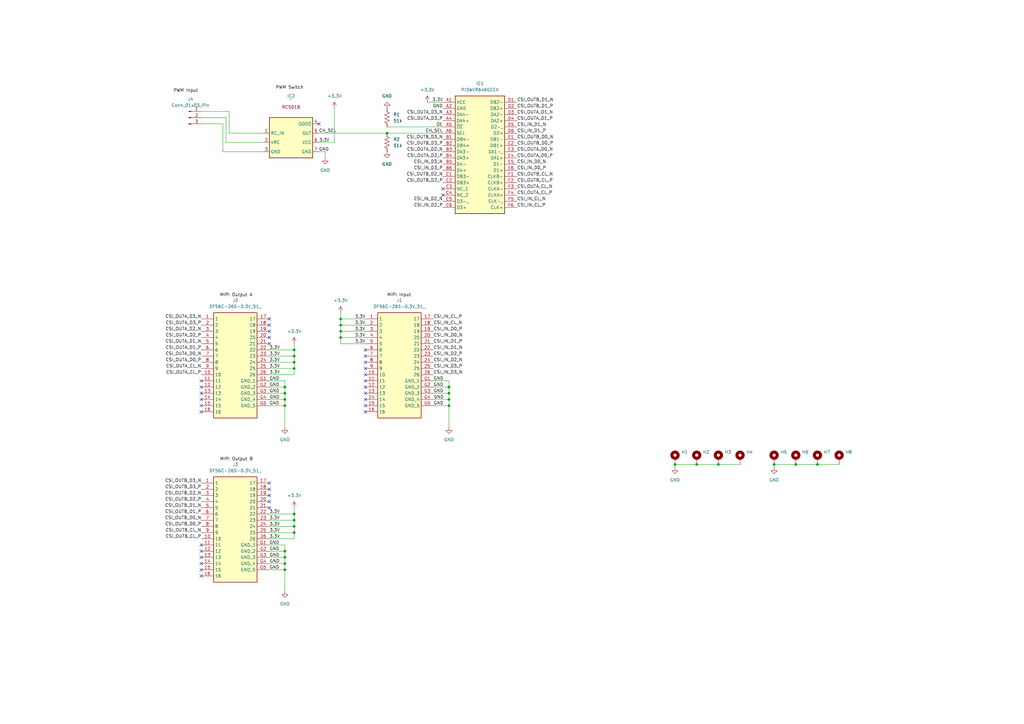
<source format=kicad_sch>
(kicad_sch
	(version 20231120)
	(generator "eeschema")
	(generator_version "8.0")
	(uuid "3da044ea-e9a8-439e-a7e1-f818aba28691")
	(paper "A3")
	(lib_symbols
		(symbol "Connector:Conn_01x03_Pin"
			(pin_names
				(offset 1.016) hide)
			(exclude_from_sim no)
			(in_bom yes)
			(on_board yes)
			(property "Reference" "J"
				(at 0 5.08 0)
				(effects
					(font
						(size 1.27 1.27)
					)
				)
			)
			(property "Value" "Conn_01x03_Pin"
				(at 0 -5.08 0)
				(effects
					(font
						(size 1.27 1.27)
					)
				)
			)
			(property "Footprint" ""
				(at 0 0 0)
				(effects
					(font
						(size 1.27 1.27)
					)
					(hide yes)
				)
			)
			(property "Datasheet" "~"
				(at 0 0 0)
				(effects
					(font
						(size 1.27 1.27)
					)
					(hide yes)
				)
			)
			(property "Description" "Generic connector, single row, 01x03, script generated"
				(at 0 0 0)
				(effects
					(font
						(size 1.27 1.27)
					)
					(hide yes)
				)
			)
			(property "ki_locked" ""
				(at 0 0 0)
				(effects
					(font
						(size 1.27 1.27)
					)
				)
			)
			(property "ki_keywords" "connector"
				(at 0 0 0)
				(effects
					(font
						(size 1.27 1.27)
					)
					(hide yes)
				)
			)
			(property "ki_fp_filters" "Connector*:*_1x??_*"
				(at 0 0 0)
				(effects
					(font
						(size 1.27 1.27)
					)
					(hide yes)
				)
			)
			(symbol "Conn_01x03_Pin_1_1"
				(polyline
					(pts
						(xy 1.27 -2.54) (xy 0.8636 -2.54)
					)
					(stroke
						(width 0.1524)
						(type default)
					)
					(fill
						(type none)
					)
				)
				(polyline
					(pts
						(xy 1.27 0) (xy 0.8636 0)
					)
					(stroke
						(width 0.1524)
						(type default)
					)
					(fill
						(type none)
					)
				)
				(polyline
					(pts
						(xy 1.27 2.54) (xy 0.8636 2.54)
					)
					(stroke
						(width 0.1524)
						(type default)
					)
					(fill
						(type none)
					)
				)
				(rectangle
					(start 0.8636 -2.413)
					(end 0 -2.667)
					(stroke
						(width 0.1524)
						(type default)
					)
					(fill
						(type outline)
					)
				)
				(rectangle
					(start 0.8636 0.127)
					(end 0 -0.127)
					(stroke
						(width 0.1524)
						(type default)
					)
					(fill
						(type outline)
					)
				)
				(rectangle
					(start 0.8636 2.667)
					(end 0 2.413)
					(stroke
						(width 0.1524)
						(type default)
					)
					(fill
						(type outline)
					)
				)
				(pin passive line
					(at 5.08 2.54 180)
					(length 3.81)
					(name "Pin_1"
						(effects
							(font
								(size 1.27 1.27)
							)
						)
					)
					(number "1"
						(effects
							(font
								(size 1.27 1.27)
							)
						)
					)
				)
				(pin passive line
					(at 5.08 0 180)
					(length 3.81)
					(name "Pin_2"
						(effects
							(font
								(size 1.27 1.27)
							)
						)
					)
					(number "2"
						(effects
							(font
								(size 1.27 1.27)
							)
						)
					)
				)
				(pin passive line
					(at 5.08 -2.54 180)
					(length 3.81)
					(name "Pin_3"
						(effects
							(font
								(size 1.27 1.27)
							)
						)
					)
					(number "3"
						(effects
							(font
								(size 1.27 1.27)
							)
						)
					)
				)
			)
		)
		(symbol "DF56C-26S-0_3V_51_:DF56C-26S-0.3V_51_"
			(exclude_from_sim no)
			(in_bom yes)
			(on_board yes)
			(property "Reference" "J"
				(at 24.13 7.62 0)
				(effects
					(font
						(size 1.27 1.27)
					)
					(justify left top)
				)
			)
			(property "Value" "DF56C-26S-0.3V_51_"
				(at 24.13 5.08 0)
				(effects
					(font
						(size 1.27 1.27)
					)
					(justify left top)
				)
			)
			(property "Footprint" "DF56C26S03V51"
				(at 24.13 -94.92 0)
				(effects
					(font
						(size 1.27 1.27)
					)
					(justify left top)
					(hide yes)
				)
			)
			(property "Datasheet" "https://www.hirose.com/product/download/?distributor=digikey&type=2d&lang=en&num=DF56C-26S-0.3V(51)"
				(at 24.13 -194.92 0)
				(effects
					(font
						(size 1.27 1.27)
					)
					(justify left top)
					(hide yes)
				)
			)
			(property "Description" "Headers & Wire Housings 0.3MM 26POS AU SMD CONN RCPT"
				(at 0 0 0)
				(effects
					(font
						(size 1.27 1.27)
					)
					(hide yes)
				)
			)
			(property "Height" "1.55"
				(at 24.13 -394.92 0)
				(effects
					(font
						(size 1.27 1.27)
					)
					(justify left top)
					(hide yes)
				)
			)
			(property "Mouser Part Number" "798-DF56C-26S-0.3V51"
				(at 24.13 -494.92 0)
				(effects
					(font
						(size 1.27 1.27)
					)
					(justify left top)
					(hide yes)
				)
			)
			(property "Mouser Price/Stock" "https://www.mouser.co.uk/ProductDetail/Hirose-Connector/DF56C-26S-0.3V51?qs=Gufeu08L%2Fl3QSAbzBrso4w%3D%3D"
				(at 24.13 -594.92 0)
				(effects
					(font
						(size 1.27 1.27)
					)
					(justify left top)
					(hide yes)
				)
			)
			(property "Manufacturer_Name" "Hirose"
				(at 24.13 -694.92 0)
				(effects
					(font
						(size 1.27 1.27)
					)
					(justify left top)
					(hide yes)
				)
			)
			(property "Manufacturer_Part_Number" "DF56C-26S-0.3V(51)"
				(at 24.13 -794.92 0)
				(effects
					(font
						(size 1.27 1.27)
					)
					(justify left top)
					(hide yes)
				)
			)
			(symbol "DF56C-26S-0.3V_51__1_1"
				(rectangle
					(start 5.08 2.54)
					(end 22.86 -40.64)
					(stroke
						(width 0.254)
						(type default)
					)
					(fill
						(type background)
					)
				)
				(pin passive line
					(at 0 0 0)
					(length 5.08)
					(name "1"
						(effects
							(font
								(size 1.27 1.27)
							)
						)
					)
					(number "1"
						(effects
							(font
								(size 1.27 1.27)
							)
						)
					)
				)
				(pin passive line
					(at 0 -22.86 0)
					(length 5.08)
					(name "10"
						(effects
							(font
								(size 1.27 1.27)
							)
						)
					)
					(number "10"
						(effects
							(font
								(size 1.27 1.27)
							)
						)
					)
				)
				(pin passive line
					(at 0 -25.4 0)
					(length 5.08)
					(name "11"
						(effects
							(font
								(size 1.27 1.27)
							)
						)
					)
					(number "11"
						(effects
							(font
								(size 1.27 1.27)
							)
						)
					)
				)
				(pin passive line
					(at 0 -27.94 0)
					(length 5.08)
					(name "12"
						(effects
							(font
								(size 1.27 1.27)
							)
						)
					)
					(number "12"
						(effects
							(font
								(size 1.27 1.27)
							)
						)
					)
				)
				(pin passive line
					(at 0 -30.48 0)
					(length 5.08)
					(name "13"
						(effects
							(font
								(size 1.27 1.27)
							)
						)
					)
					(number "13"
						(effects
							(font
								(size 1.27 1.27)
							)
						)
					)
				)
				(pin passive line
					(at 0 -33.02 0)
					(length 5.08)
					(name "14"
						(effects
							(font
								(size 1.27 1.27)
							)
						)
					)
					(number "14"
						(effects
							(font
								(size 1.27 1.27)
							)
						)
					)
				)
				(pin passive line
					(at 0 -35.56 0)
					(length 5.08)
					(name "15"
						(effects
							(font
								(size 1.27 1.27)
							)
						)
					)
					(number "15"
						(effects
							(font
								(size 1.27 1.27)
							)
						)
					)
				)
				(pin passive line
					(at 0 -38.1 0)
					(length 5.08)
					(name "16"
						(effects
							(font
								(size 1.27 1.27)
							)
						)
					)
					(number "16"
						(effects
							(font
								(size 1.27 1.27)
							)
						)
					)
				)
				(pin passive line
					(at 27.94 0 180)
					(length 5.08)
					(name "17"
						(effects
							(font
								(size 1.27 1.27)
							)
						)
					)
					(number "17"
						(effects
							(font
								(size 1.27 1.27)
							)
						)
					)
				)
				(pin passive line
					(at 27.94 -2.54 180)
					(length 5.08)
					(name "18"
						(effects
							(font
								(size 1.27 1.27)
							)
						)
					)
					(number "18"
						(effects
							(font
								(size 1.27 1.27)
							)
						)
					)
				)
				(pin passive line
					(at 27.94 -5.08 180)
					(length 5.08)
					(name "19"
						(effects
							(font
								(size 1.27 1.27)
							)
						)
					)
					(number "19"
						(effects
							(font
								(size 1.27 1.27)
							)
						)
					)
				)
				(pin passive line
					(at 0 -2.54 0)
					(length 5.08)
					(name "2"
						(effects
							(font
								(size 1.27 1.27)
							)
						)
					)
					(number "2"
						(effects
							(font
								(size 1.27 1.27)
							)
						)
					)
				)
				(pin passive line
					(at 27.94 -7.62 180)
					(length 5.08)
					(name "20"
						(effects
							(font
								(size 1.27 1.27)
							)
						)
					)
					(number "20"
						(effects
							(font
								(size 1.27 1.27)
							)
						)
					)
				)
				(pin passive line
					(at 27.94 -10.16 180)
					(length 5.08)
					(name "21"
						(effects
							(font
								(size 1.27 1.27)
							)
						)
					)
					(number "21"
						(effects
							(font
								(size 1.27 1.27)
							)
						)
					)
				)
				(pin passive line
					(at 27.94 -12.7 180)
					(length 5.08)
					(name "22"
						(effects
							(font
								(size 1.27 1.27)
							)
						)
					)
					(number "22"
						(effects
							(font
								(size 1.27 1.27)
							)
						)
					)
				)
				(pin passive line
					(at 27.94 -15.24 180)
					(length 5.08)
					(name "23"
						(effects
							(font
								(size 1.27 1.27)
							)
						)
					)
					(number "23"
						(effects
							(font
								(size 1.27 1.27)
							)
						)
					)
				)
				(pin passive line
					(at 27.94 -17.78 180)
					(length 5.08)
					(name "24"
						(effects
							(font
								(size 1.27 1.27)
							)
						)
					)
					(number "24"
						(effects
							(font
								(size 1.27 1.27)
							)
						)
					)
				)
				(pin passive line
					(at 27.94 -20.32 180)
					(length 5.08)
					(name "25"
						(effects
							(font
								(size 1.27 1.27)
							)
						)
					)
					(number "25"
						(effects
							(font
								(size 1.27 1.27)
							)
						)
					)
				)
				(pin passive line
					(at 27.94 -22.86 180)
					(length 5.08)
					(name "26"
						(effects
							(font
								(size 1.27 1.27)
							)
						)
					)
					(number "26"
						(effects
							(font
								(size 1.27 1.27)
							)
						)
					)
				)
				(pin passive line
					(at 0 -5.08 0)
					(length 5.08)
					(name "3"
						(effects
							(font
								(size 1.27 1.27)
							)
						)
					)
					(number "3"
						(effects
							(font
								(size 1.27 1.27)
							)
						)
					)
				)
				(pin passive line
					(at 0 -7.62 0)
					(length 5.08)
					(name "4"
						(effects
							(font
								(size 1.27 1.27)
							)
						)
					)
					(number "4"
						(effects
							(font
								(size 1.27 1.27)
							)
						)
					)
				)
				(pin passive line
					(at 0 -10.16 0)
					(length 5.08)
					(name "5"
						(effects
							(font
								(size 1.27 1.27)
							)
						)
					)
					(number "5"
						(effects
							(font
								(size 1.27 1.27)
							)
						)
					)
				)
				(pin passive line
					(at 0 -12.7 0)
					(length 5.08)
					(name "6"
						(effects
							(font
								(size 1.27 1.27)
							)
						)
					)
					(number "6"
						(effects
							(font
								(size 1.27 1.27)
							)
						)
					)
				)
				(pin passive line
					(at 0 -15.24 0)
					(length 5.08)
					(name "7"
						(effects
							(font
								(size 1.27 1.27)
							)
						)
					)
					(number "7"
						(effects
							(font
								(size 1.27 1.27)
							)
						)
					)
				)
				(pin passive line
					(at 0 -17.78 0)
					(length 5.08)
					(name "8"
						(effects
							(font
								(size 1.27 1.27)
							)
						)
					)
					(number "8"
						(effects
							(font
								(size 1.27 1.27)
							)
						)
					)
				)
				(pin passive line
					(at 0 -20.32 0)
					(length 5.08)
					(name "9"
						(effects
							(font
								(size 1.27 1.27)
							)
						)
					)
					(number "9"
						(effects
							(font
								(size 1.27 1.27)
							)
						)
					)
				)
				(pin passive line
					(at 27.94 -25.4 180)
					(length 5.08)
					(name "GND_1"
						(effects
							(font
								(size 1.27 1.27)
							)
						)
					)
					(number "G1"
						(effects
							(font
								(size 1.27 1.27)
							)
						)
					)
				)
				(pin passive line
					(at 27.94 -27.94 180)
					(length 5.08)
					(name "GND_2"
						(effects
							(font
								(size 1.27 1.27)
							)
						)
					)
					(number "G2"
						(effects
							(font
								(size 1.27 1.27)
							)
						)
					)
				)
				(pin passive line
					(at 27.94 -30.48 180)
					(length 5.08)
					(name "GND_3"
						(effects
							(font
								(size 1.27 1.27)
							)
						)
					)
					(number "G3"
						(effects
							(font
								(size 1.27 1.27)
							)
						)
					)
				)
				(pin passive line
					(at 27.94 -33.02 180)
					(length 5.08)
					(name "GND_4"
						(effects
							(font
								(size 1.27 1.27)
							)
						)
					)
					(number "G4"
						(effects
							(font
								(size 1.27 1.27)
							)
						)
					)
				)
				(pin passive line
					(at 27.94 -35.56 180)
					(length 5.08)
					(name "GND_5"
						(effects
							(font
								(size 1.27 1.27)
							)
						)
					)
					(number "G5"
						(effects
							(font
								(size 1.27 1.27)
							)
						)
					)
				)
			)
		)
		(symbol "Device:R_US"
			(pin_numbers hide)
			(pin_names
				(offset 0)
			)
			(exclude_from_sim no)
			(in_bom yes)
			(on_board yes)
			(property "Reference" "R"
				(at 2.54 0 90)
				(effects
					(font
						(size 1.27 1.27)
					)
				)
			)
			(property "Value" "R_US"
				(at -2.54 0 90)
				(effects
					(font
						(size 1.27 1.27)
					)
				)
			)
			(property "Footprint" ""
				(at 1.016 -0.254 90)
				(effects
					(font
						(size 1.27 1.27)
					)
					(hide yes)
				)
			)
			(property "Datasheet" "~"
				(at 0 0 0)
				(effects
					(font
						(size 1.27 1.27)
					)
					(hide yes)
				)
			)
			(property "Description" "Resistor, US symbol"
				(at 0 0 0)
				(effects
					(font
						(size 1.27 1.27)
					)
					(hide yes)
				)
			)
			(property "ki_keywords" "R res resistor"
				(at 0 0 0)
				(effects
					(font
						(size 1.27 1.27)
					)
					(hide yes)
				)
			)
			(property "ki_fp_filters" "R_*"
				(at 0 0 0)
				(effects
					(font
						(size 1.27 1.27)
					)
					(hide yes)
				)
			)
			(symbol "R_US_0_1"
				(polyline
					(pts
						(xy 0 -2.286) (xy 0 -2.54)
					)
					(stroke
						(width 0)
						(type default)
					)
					(fill
						(type none)
					)
				)
				(polyline
					(pts
						(xy 0 2.286) (xy 0 2.54)
					)
					(stroke
						(width 0)
						(type default)
					)
					(fill
						(type none)
					)
				)
				(polyline
					(pts
						(xy 0 -0.762) (xy 1.016 -1.143) (xy 0 -1.524) (xy -1.016 -1.905) (xy 0 -2.286)
					)
					(stroke
						(width 0)
						(type default)
					)
					(fill
						(type none)
					)
				)
				(polyline
					(pts
						(xy 0 0.762) (xy 1.016 0.381) (xy 0 0) (xy -1.016 -0.381) (xy 0 -0.762)
					)
					(stroke
						(width 0)
						(type default)
					)
					(fill
						(type none)
					)
				)
				(polyline
					(pts
						(xy 0 2.286) (xy 1.016 1.905) (xy 0 1.524) (xy -1.016 1.143) (xy 0 0.762)
					)
					(stroke
						(width 0)
						(type default)
					)
					(fill
						(type none)
					)
				)
			)
			(symbol "R_US_1_1"
				(pin passive line
					(at 0 3.81 270)
					(length 1.27)
					(name "~"
						(effects
							(font
								(size 1.27 1.27)
							)
						)
					)
					(number "1"
						(effects
							(font
								(size 1.27 1.27)
							)
						)
					)
				)
				(pin passive line
					(at 0 -3.81 90)
					(length 1.27)
					(name "~"
						(effects
							(font
								(size 1.27 1.27)
							)
						)
					)
					(number "2"
						(effects
							(font
								(size 1.27 1.27)
							)
						)
					)
				)
			)
		)
		(symbol "Mechanical:MountingHole_Pad"
			(pin_numbers hide)
			(pin_names
				(offset 1.016) hide)
			(exclude_from_sim no)
			(in_bom yes)
			(on_board yes)
			(property "Reference" "H"
				(at 0 6.35 0)
				(effects
					(font
						(size 1.27 1.27)
					)
				)
			)
			(property "Value" "MountingHole_Pad"
				(at 0 4.445 0)
				(effects
					(font
						(size 1.27 1.27)
					)
				)
			)
			(property "Footprint" ""
				(at 0 0 0)
				(effects
					(font
						(size 1.27 1.27)
					)
					(hide yes)
				)
			)
			(property "Datasheet" "~"
				(at 0 0 0)
				(effects
					(font
						(size 1.27 1.27)
					)
					(hide yes)
				)
			)
			(property "Description" "Mounting Hole with connection"
				(at 0 0 0)
				(effects
					(font
						(size 1.27 1.27)
					)
					(hide yes)
				)
			)
			(property "ki_keywords" "mounting hole"
				(at 0 0 0)
				(effects
					(font
						(size 1.27 1.27)
					)
					(hide yes)
				)
			)
			(property "ki_fp_filters" "MountingHole*Pad*"
				(at 0 0 0)
				(effects
					(font
						(size 1.27 1.27)
					)
					(hide yes)
				)
			)
			(symbol "MountingHole_Pad_0_1"
				(circle
					(center 0 1.27)
					(radius 1.27)
					(stroke
						(width 1.27)
						(type default)
					)
					(fill
						(type none)
					)
				)
			)
			(symbol "MountingHole_Pad_1_1"
				(pin input line
					(at 0 -2.54 90)
					(length 2.54)
					(name "1"
						(effects
							(font
								(size 1.27 1.27)
							)
						)
					)
					(number "1"
						(effects
							(font
								(size 1.27 1.27)
							)
						)
					)
				)
			)
		)
		(symbol "PI3WVR646GEEX:PI3WVR646GEEX"
			(exclude_from_sim no)
			(in_bom yes)
			(on_board yes)
			(property "Reference" "IC"
				(at 26.67 7.62 0)
				(effects
					(font
						(size 1.27 1.27)
					)
					(justify left top)
				)
			)
			(property "Value" "PI3WVR646GEEX"
				(at 26.67 5.08 0)
				(effects
					(font
						(size 1.27 1.27)
					)
					(justify left top)
				)
			)
			(property "Footprint" "PI3WVR646GEEX"
				(at 26.67 -94.92 0)
				(effects
					(font
						(size 1.27 1.27)
					)
					(justify left top)
					(hide yes)
				)
			)
			(property "Datasheet" "https://componentsearchengine.com/Datasheets/1/PI3WVR646GEEX.pdf"
				(at 26.67 -194.92 0)
				(effects
					(font
						(size 1.27 1.27)
					)
					(justify left top)
					(hide yes)
				)
			)
			(property "Description" "Telecommunications Switch IC 10 Channel 36-CSP (2.44x2.44)"
				(at 0 0 0)
				(effects
					(font
						(size 1.27 1.27)
					)
					(hide yes)
				)
			)
			(property "Height" "0.54"
				(at 26.67 -394.92 0)
				(effects
					(font
						(size 1.27 1.27)
					)
					(justify left top)
					(hide yes)
				)
			)
			(property "Mouser Part Number" "729-PI3WVR646GEEX"
				(at 26.67 -494.92 0)
				(effects
					(font
						(size 1.27 1.27)
					)
					(justify left top)
					(hide yes)
				)
			)
			(property "Mouser Price/Stock" "https://www.mouser.com/Search/Refine.aspx?Keyword=729-PI3WVR646GEEX"
				(at 26.67 -594.92 0)
				(effects
					(font
						(size 1.27 1.27)
					)
					(justify left top)
					(hide yes)
				)
			)
			(property "Manufacturer_Name" "Diodes Incorporated"
				(at 26.67 -694.92 0)
				(effects
					(font
						(size 1.27 1.27)
					)
					(justify left top)
					(hide yes)
				)
			)
			(property "Manufacturer_Part_Number" "PI3WVR646GEEX"
				(at 26.67 -794.92 0)
				(effects
					(font
						(size 1.27 1.27)
					)
					(justify left top)
					(hide yes)
				)
			)
			(symbol "PI3WVR646GEEX_1_1"
				(rectangle
					(start 5.08 2.54)
					(end 25.4 -45.72)
					(stroke
						(width 0.254)
						(type default)
					)
					(fill
						(type background)
					)
				)
				(pin passive line
					(at 0 0 0)
					(length 5.08)
					(name "VCC"
						(effects
							(font
								(size 1.27 1.27)
							)
						)
					)
					(number "A1"
						(effects
							(font
								(size 1.27 1.27)
							)
						)
					)
				)
				(pin passive line
					(at 0 -2.54 0)
					(length 5.08)
					(name "GND"
						(effects
							(font
								(size 1.27 1.27)
							)
						)
					)
					(number "A2"
						(effects
							(font
								(size 1.27 1.27)
							)
						)
					)
				)
				(pin passive line
					(at 0 -5.08 0)
					(length 5.08)
					(name "DA4-"
						(effects
							(font
								(size 1.27 1.27)
							)
						)
					)
					(number "A3"
						(effects
							(font
								(size 1.27 1.27)
							)
						)
					)
				)
				(pin passive line
					(at 0 -7.62 0)
					(length 5.08)
					(name "DA4+"
						(effects
							(font
								(size 1.27 1.27)
							)
						)
					)
					(number "A4"
						(effects
							(font
								(size 1.27 1.27)
							)
						)
					)
				)
				(pin passive line
					(at 0 -10.16 0)
					(length 5.08)
					(name "~{OE}"
						(effects
							(font
								(size 1.27 1.27)
							)
						)
					)
					(number "A5"
						(effects
							(font
								(size 1.27 1.27)
							)
						)
					)
				)
				(pin passive line
					(at 0 -12.7 0)
					(length 5.08)
					(name "SEL"
						(effects
							(font
								(size 1.27 1.27)
							)
						)
					)
					(number "A6"
						(effects
							(font
								(size 1.27 1.27)
							)
						)
					)
				)
				(pin passive line
					(at 0 -15.24 0)
					(length 5.08)
					(name "DB4-"
						(effects
							(font
								(size 1.27 1.27)
							)
						)
					)
					(number "B1"
						(effects
							(font
								(size 1.27 1.27)
							)
						)
					)
				)
				(pin passive line
					(at 0 -17.78 0)
					(length 5.08)
					(name "DB4+"
						(effects
							(font
								(size 1.27 1.27)
							)
						)
					)
					(number "B2"
						(effects
							(font
								(size 1.27 1.27)
							)
						)
					)
				)
				(pin passive line
					(at 0 -20.32 0)
					(length 5.08)
					(name "DA3-"
						(effects
							(font
								(size 1.27 1.27)
							)
						)
					)
					(number "B3"
						(effects
							(font
								(size 1.27 1.27)
							)
						)
					)
				)
				(pin passive line
					(at 0 -22.86 0)
					(length 5.08)
					(name "DA3+"
						(effects
							(font
								(size 1.27 1.27)
							)
						)
					)
					(number "B4"
						(effects
							(font
								(size 1.27 1.27)
							)
						)
					)
				)
				(pin passive line
					(at 0 -25.4 0)
					(length 5.08)
					(name "D4-"
						(effects
							(font
								(size 1.27 1.27)
							)
						)
					)
					(number "B5"
						(effects
							(font
								(size 1.27 1.27)
							)
						)
					)
				)
				(pin passive line
					(at 0 -27.94 0)
					(length 5.08)
					(name "D4+"
						(effects
							(font
								(size 1.27 1.27)
							)
						)
					)
					(number "B6"
						(effects
							(font
								(size 1.27 1.27)
							)
						)
					)
				)
				(pin passive line
					(at 0 -30.48 0)
					(length 5.08)
					(name "DB3-"
						(effects
							(font
								(size 1.27 1.27)
							)
						)
					)
					(number "C1"
						(effects
							(font
								(size 1.27 1.27)
							)
						)
					)
				)
				(pin passive line
					(at 0 -33.02 0)
					(length 5.08)
					(name "DB3+"
						(effects
							(font
								(size 1.27 1.27)
							)
						)
					)
					(number "C2"
						(effects
							(font
								(size 1.27 1.27)
							)
						)
					)
				)
				(pin passive line
					(at 0 -35.56 0)
					(length 5.08)
					(name "NC_1"
						(effects
							(font
								(size 1.27 1.27)
							)
						)
					)
					(number "C3"
						(effects
							(font
								(size 1.27 1.27)
							)
						)
					)
				)
				(pin passive line
					(at 0 -38.1 0)
					(length 5.08)
					(name "NC_2"
						(effects
							(font
								(size 1.27 1.27)
							)
						)
					)
					(number "C4"
						(effects
							(font
								(size 1.27 1.27)
							)
						)
					)
				)
				(pin passive line
					(at 0 -40.64 0)
					(length 5.08)
					(name "D3-_"
						(effects
							(font
								(size 1.27 1.27)
							)
						)
					)
					(number "C5"
						(effects
							(font
								(size 1.27 1.27)
							)
						)
					)
				)
				(pin passive line
					(at 0 -43.18 0)
					(length 5.08)
					(name "D3+"
						(effects
							(font
								(size 1.27 1.27)
							)
						)
					)
					(number "C6"
						(effects
							(font
								(size 1.27 1.27)
							)
						)
					)
				)
				(pin passive line
					(at 30.48 0 180)
					(length 5.08)
					(name "DB2-"
						(effects
							(font
								(size 1.27 1.27)
							)
						)
					)
					(number "D1"
						(effects
							(font
								(size 1.27 1.27)
							)
						)
					)
				)
				(pin passive line
					(at 30.48 -2.54 180)
					(length 5.08)
					(name "DB2+"
						(effects
							(font
								(size 1.27 1.27)
							)
						)
					)
					(number "D2"
						(effects
							(font
								(size 1.27 1.27)
							)
						)
					)
				)
				(pin passive line
					(at 30.48 -5.08 180)
					(length 5.08)
					(name "DA2-"
						(effects
							(font
								(size 1.27 1.27)
							)
						)
					)
					(number "D3"
						(effects
							(font
								(size 1.27 1.27)
							)
						)
					)
				)
				(pin passive line
					(at 30.48 -7.62 180)
					(length 5.08)
					(name "DA2+"
						(effects
							(font
								(size 1.27 1.27)
							)
						)
					)
					(number "D4"
						(effects
							(font
								(size 1.27 1.27)
							)
						)
					)
				)
				(pin passive line
					(at 30.48 -10.16 180)
					(length 5.08)
					(name "D2-_"
						(effects
							(font
								(size 1.27 1.27)
							)
						)
					)
					(number "D5"
						(effects
							(font
								(size 1.27 1.27)
							)
						)
					)
				)
				(pin passive line
					(at 30.48 -12.7 180)
					(length 5.08)
					(name "D2+"
						(effects
							(font
								(size 1.27 1.27)
							)
						)
					)
					(number "D6"
						(effects
							(font
								(size 1.27 1.27)
							)
						)
					)
				)
				(pin passive line
					(at 30.48 -15.24 180)
					(length 5.08)
					(name "DB1-"
						(effects
							(font
								(size 1.27 1.27)
							)
						)
					)
					(number "E1"
						(effects
							(font
								(size 1.27 1.27)
							)
						)
					)
				)
				(pin passive line
					(at 30.48 -17.78 180)
					(length 5.08)
					(name "DB1+"
						(effects
							(font
								(size 1.27 1.27)
							)
						)
					)
					(number "E2"
						(effects
							(font
								(size 1.27 1.27)
							)
						)
					)
				)
				(pin passive line
					(at 30.48 -20.32 180)
					(length 5.08)
					(name "DA1-_"
						(effects
							(font
								(size 1.27 1.27)
							)
						)
					)
					(number "E3"
						(effects
							(font
								(size 1.27 1.27)
							)
						)
					)
				)
				(pin passive line
					(at 30.48 -22.86 180)
					(length 5.08)
					(name "DA1+"
						(effects
							(font
								(size 1.27 1.27)
							)
						)
					)
					(number "E4"
						(effects
							(font
								(size 1.27 1.27)
							)
						)
					)
				)
				(pin passive line
					(at 30.48 -25.4 180)
					(length 5.08)
					(name "D1-"
						(effects
							(font
								(size 1.27 1.27)
							)
						)
					)
					(number "E5"
						(effects
							(font
								(size 1.27 1.27)
							)
						)
					)
				)
				(pin passive line
					(at 30.48 -27.94 180)
					(length 5.08)
					(name "D1+"
						(effects
							(font
								(size 1.27 1.27)
							)
						)
					)
					(number "E6"
						(effects
							(font
								(size 1.27 1.27)
							)
						)
					)
				)
				(pin passive line
					(at 30.48 -30.48 180)
					(length 5.08)
					(name "CLKB-"
						(effects
							(font
								(size 1.27 1.27)
							)
						)
					)
					(number "F1"
						(effects
							(font
								(size 1.27 1.27)
							)
						)
					)
				)
				(pin passive line
					(at 30.48 -33.02 180)
					(length 5.08)
					(name "CLKB+"
						(effects
							(font
								(size 1.27 1.27)
							)
						)
					)
					(number "F2"
						(effects
							(font
								(size 1.27 1.27)
							)
						)
					)
				)
				(pin passive line
					(at 30.48 -35.56 180)
					(length 5.08)
					(name "CLKA-"
						(effects
							(font
								(size 1.27 1.27)
							)
						)
					)
					(number "F3"
						(effects
							(font
								(size 1.27 1.27)
							)
						)
					)
				)
				(pin passive line
					(at 30.48 -38.1 180)
					(length 5.08)
					(name "CLKA+"
						(effects
							(font
								(size 1.27 1.27)
							)
						)
					)
					(number "F4"
						(effects
							(font
								(size 1.27 1.27)
							)
						)
					)
				)
				(pin passive line
					(at 30.48 -40.64 180)
					(length 5.08)
					(name "CLK-_"
						(effects
							(font
								(size 1.27 1.27)
							)
						)
					)
					(number "F5"
						(effects
							(font
								(size 1.27 1.27)
							)
						)
					)
				)
				(pin passive line
					(at 30.48 -43.18 180)
					(length 5.08)
					(name "CLK+"
						(effects
							(font
								(size 1.27 1.27)
							)
						)
					)
					(number "F6"
						(effects
							(font
								(size 1.27 1.27)
							)
						)
					)
				)
			)
		)
		(symbol "RCS01B:RCS01B"
			(exclude_from_sim no)
			(in_bom yes)
			(on_board yes)
			(property "Reference" "A"
				(at 0 10.668 0)
				(effects
					(font
						(size 1.27 1.27)
					)
				)
			)
			(property "Value" ""
				(at 0 11.43 0)
				(effects
					(font
						(size 1.27 1.27)
					)
				)
			)
			(property "Footprint" "RCS01B:RCS01B_PinHeader_2x04_P2.54mm_Vertical"
				(at 0 11.43 0)
				(effects
					(font
						(size 1.27 1.27)
					)
					(hide yes)
				)
			)
			(property "Datasheet" ""
				(at 0 11.43 0)
				(effects
					(font
						(size 1.27 1.27)
					)
					(hide yes)
				)
			)
			(property "Description" ""
				(at 0 11.43 0)
				(effects
					(font
						(size 1.27 1.27)
					)
					(hide yes)
				)
			)
			(symbol "RCS01B_0_1"
				(rectangle
					(start -8.89 8.89)
					(end 8.89 -7.62)
					(stroke
						(width 0.254)
						(type default)
					)
					(fill
						(type background)
					)
				)
			)
			(symbol "RCS01B_1_1"
				(text "RCS01B"
					(at 0 13.208 0)
					(effects
						(font
							(size 1.27 1.27)
						)
					)
				)
				(pin input line
					(at -11.43 2.54 0)
					(length 2.54)
					(name "RC_IN"
						(effects
							(font
								(size 1.27 1.27)
							)
						)
					)
					(number "1"
						(effects
							(font
								(size 1.27 1.27)
							)
						)
					)
				)
				(pin power_in line
					(at -11.43 -1.27 0)
					(length 2.54)
					(name "VRC"
						(effects
							(font
								(size 1.27 1.27)
							)
						)
					)
					(number "2"
						(effects
							(font
								(size 1.27 1.27)
							)
						)
					)
				)
				(pin power_out line
					(at -11.43 -5.08 0)
					(length 2.54)
					(name "GND"
						(effects
							(font
								(size 1.27 1.27)
							)
						)
					)
					(number "3"
						(effects
							(font
								(size 1.27 1.27)
							)
						)
					)
				)
				(pin output line
					(at 11.43 6.35 180)
					(length 2.54)
					(name "GOOD"
						(effects
							(font
								(size 1.27 1.27)
							)
						)
					)
					(number "4"
						(effects
							(font
								(size 1.27 1.27)
							)
						)
					)
				)
				(pin output line
					(at 11.43 2.54 180)
					(length 2.54)
					(name "OUT"
						(effects
							(font
								(size 1.27 1.27)
							)
						)
					)
					(number "5"
						(effects
							(font
								(size 1.27 1.27)
							)
						)
					)
				)
				(pin power_in line
					(at 11.43 -1.27 180)
					(length 2.54)
					(name "VCC"
						(effects
							(font
								(size 1.27 1.27)
							)
						)
					)
					(number "6"
						(effects
							(font
								(size 1.27 1.27)
							)
						)
					)
				)
				(pin power_out line
					(at 11.43 -5.08 180)
					(length 2.54)
					(name "GND"
						(effects
							(font
								(size 1.27 1.27)
							)
						)
					)
					(number "7"
						(effects
							(font
								(size 1.27 1.27)
							)
						)
					)
				)
			)
		)
		(symbol "power:+3.3V"
			(power)
			(pin_names
				(offset 0)
			)
			(exclude_from_sim no)
			(in_bom yes)
			(on_board yes)
			(property "Reference" "#PWR"
				(at 0 -3.81 0)
				(effects
					(font
						(size 1.27 1.27)
					)
					(hide yes)
				)
			)
			(property "Value" "+3.3V"
				(at 0 3.556 0)
				(effects
					(font
						(size 1.27 1.27)
					)
				)
			)
			(property "Footprint" ""
				(at 0 0 0)
				(effects
					(font
						(size 1.27 1.27)
					)
					(hide yes)
				)
			)
			(property "Datasheet" ""
				(at 0 0 0)
				(effects
					(font
						(size 1.27 1.27)
					)
					(hide yes)
				)
			)
			(property "Description" "Power symbol creates a global label with name \"+3.3V\""
				(at 0 0 0)
				(effects
					(font
						(size 1.27 1.27)
					)
					(hide yes)
				)
			)
			(property "ki_keywords" "global power"
				(at 0 0 0)
				(effects
					(font
						(size 1.27 1.27)
					)
					(hide yes)
				)
			)
			(symbol "+3.3V_0_1"
				(polyline
					(pts
						(xy -0.762 1.27) (xy 0 2.54)
					)
					(stroke
						(width 0)
						(type default)
					)
					(fill
						(type none)
					)
				)
				(polyline
					(pts
						(xy 0 0) (xy 0 2.54)
					)
					(stroke
						(width 0)
						(type default)
					)
					(fill
						(type none)
					)
				)
				(polyline
					(pts
						(xy 0 2.54) (xy 0.762 1.27)
					)
					(stroke
						(width 0)
						(type default)
					)
					(fill
						(type none)
					)
				)
			)
			(symbol "+3.3V_1_1"
				(pin power_in line
					(at 0 0 90)
					(length 0) hide
					(name "+3.3V"
						(effects
							(font
								(size 1.27 1.27)
							)
						)
					)
					(number "1"
						(effects
							(font
								(size 1.27 1.27)
							)
						)
					)
				)
			)
		)
		(symbol "power:GND"
			(power)
			(pin_names
				(offset 0)
			)
			(exclude_from_sim no)
			(in_bom yes)
			(on_board yes)
			(property "Reference" "#PWR"
				(at 0 -6.35 0)
				(effects
					(font
						(size 1.27 1.27)
					)
					(hide yes)
				)
			)
			(property "Value" "GND"
				(at 0 -3.81 0)
				(effects
					(font
						(size 1.27 1.27)
					)
				)
			)
			(property "Footprint" ""
				(at 0 0 0)
				(effects
					(font
						(size 1.27 1.27)
					)
					(hide yes)
				)
			)
			(property "Datasheet" ""
				(at 0 0 0)
				(effects
					(font
						(size 1.27 1.27)
					)
					(hide yes)
				)
			)
			(property "Description" "Power symbol creates a global label with name \"GND\" , ground"
				(at 0 0 0)
				(effects
					(font
						(size 1.27 1.27)
					)
					(hide yes)
				)
			)
			(property "ki_keywords" "global power"
				(at 0 0 0)
				(effects
					(font
						(size 1.27 1.27)
					)
					(hide yes)
				)
			)
			(symbol "GND_0_1"
				(polyline
					(pts
						(xy 0 0) (xy 0 -1.27) (xy 1.27 -1.27) (xy 0 -2.54) (xy -1.27 -1.27) (xy 0 -1.27)
					)
					(stroke
						(width 0)
						(type default)
					)
					(fill
						(type none)
					)
				)
			)
			(symbol "GND_1_1"
				(pin power_in line
					(at 0 0 270)
					(length 0) hide
					(name "GND"
						(effects
							(font
								(size 1.27 1.27)
							)
						)
					)
					(number "1"
						(effects
							(font
								(size 1.27 1.27)
							)
						)
					)
				)
			)
		)
	)
	(junction
		(at 184.15 166.37)
		(diameter 0)
		(color 0 0 0 0)
		(uuid "073c0ef6-89ea-4ecf-a660-9662c1fee003")
	)
	(junction
		(at 116.84 158.75)
		(diameter 0)
		(color 0 0 0 0)
		(uuid "127d310c-d226-486e-a146-5d5acf372880")
	)
	(junction
		(at 326.39 190.5)
		(diameter 0)
		(color 0 0 0 0)
		(uuid "175121db-68c7-487e-9cd6-4235bc02c9b8")
	)
	(junction
		(at 317.5 190.5)
		(diameter 0)
		(color 0 0 0 0)
		(uuid "1b9c9b4c-c268-49ff-97fa-34615cfafae9")
	)
	(junction
		(at 139.7 133.35)
		(diameter 0)
		(color 0 0 0 0)
		(uuid "2f4208c2-9942-4464-b4ad-c93c8d208222")
	)
	(junction
		(at 120.65 151.13)
		(diameter 0)
		(color 0 0 0 0)
		(uuid "358a0853-f0c7-49a0-9e9c-366a85d42765")
	)
	(junction
		(at 116.84 166.37)
		(diameter 0)
		(color 0 0 0 0)
		(uuid "3fc1ed5d-01e2-4d82-9ba3-c508a6607621")
	)
	(junction
		(at 120.65 213.36)
		(diameter 0)
		(color 0 0 0 0)
		(uuid "55f6d4e7-11b0-4cb7-8c08-c46777507fd3")
	)
	(junction
		(at 139.7 135.89)
		(diameter 0)
		(color 0 0 0 0)
		(uuid "5c964df7-32ae-4a42-aa17-95e00c8e5356")
	)
	(junction
		(at 276.86 190.5)
		(diameter 0)
		(color 0 0 0 0)
		(uuid "5cde54ca-359f-465a-b758-c6b04e45a606")
	)
	(junction
		(at 139.7 138.43)
		(diameter 0)
		(color 0 0 0 0)
		(uuid "601dbb91-e71c-44e4-99d0-84424f9eaa18")
	)
	(junction
		(at 294.64 190.5)
		(diameter 0)
		(color 0 0 0 0)
		(uuid "616e297d-d6b0-455a-83ab-7f4a6933c895")
	)
	(junction
		(at 116.84 228.6)
		(diameter 0)
		(color 0 0 0 0)
		(uuid "63b5cb60-cd65-403b-9d48-bbfebc5f6a45")
	)
	(junction
		(at 184.15 161.29)
		(diameter 0)
		(color 0 0 0 0)
		(uuid "6f8afc2d-6d07-4b80-9f8c-fb5e829cab5b")
	)
	(junction
		(at 116.84 231.14)
		(diameter 0)
		(color 0 0 0 0)
		(uuid "718f0d51-eed9-4bab-a888-0d51d9e9f929")
	)
	(junction
		(at 120.65 148.59)
		(diameter 0)
		(color 0 0 0 0)
		(uuid "7ebf7bfd-d139-4591-a849-b2ff6ce90ccf")
	)
	(junction
		(at 120.65 218.44)
		(diameter 0)
		(color 0 0 0 0)
		(uuid "93532f77-6bb4-4c19-8399-7f3f478a4304")
	)
	(junction
		(at 116.84 233.68)
		(diameter 0)
		(color 0 0 0 0)
		(uuid "9b93b514-805b-4f6a-9a9f-c64387be46e4")
	)
	(junction
		(at 158.75 54.61)
		(diameter 0)
		(color 0 0 0 0)
		(uuid "9c31c790-071f-4c6e-bbf9-8e27e08881e9")
	)
	(junction
		(at 120.65 210.82)
		(diameter 0)
		(color 0 0 0 0)
		(uuid "9d9f7b1a-cb94-41a8-afdb-5be35832a962")
	)
	(junction
		(at 184.15 163.83)
		(diameter 0)
		(color 0 0 0 0)
		(uuid "a0e81881-2c1e-4a22-a9a4-3c010cf5c6a5")
	)
	(junction
		(at 184.15 158.75)
		(diameter 0)
		(color 0 0 0 0)
		(uuid "b1b603d4-cb4c-4890-af8d-1584bc20ad15")
	)
	(junction
		(at 285.75 190.5)
		(diameter 0)
		(color 0 0 0 0)
		(uuid "bd27e6fb-603c-40fb-8e03-971dde65a906")
	)
	(junction
		(at 120.65 146.05)
		(diameter 0)
		(color 0 0 0 0)
		(uuid "bf4e413a-39c0-4305-a609-dc08f9e2a1e3")
	)
	(junction
		(at 335.28 190.5)
		(diameter 0)
		(color 0 0 0 0)
		(uuid "c98bd9fe-e837-4e05-8ff9-904e978886c3")
	)
	(junction
		(at 120.65 143.51)
		(diameter 0)
		(color 0 0 0 0)
		(uuid "cc671091-4bda-4c6b-9381-1e58476186e7")
	)
	(junction
		(at 139.7 130.81)
		(diameter 0)
		(color 0 0 0 0)
		(uuid "d82d14d4-93b8-4c8c-9d63-450d3ea78fd0")
	)
	(junction
		(at 116.84 161.29)
		(diameter 0)
		(color 0 0 0 0)
		(uuid "eac66f7c-3f31-4366-b3b4-325b214e8bb6")
	)
	(junction
		(at 116.84 226.06)
		(diameter 0)
		(color 0 0 0 0)
		(uuid "efab48d6-e177-4216-a624-91a1d8f39489")
	)
	(junction
		(at 120.65 215.9)
		(diameter 0)
		(color 0 0 0 0)
		(uuid "f081e69b-6ec3-4752-a1b0-aa6c47b6488a")
	)
	(junction
		(at 116.84 163.83)
		(diameter 0)
		(color 0 0 0 0)
		(uuid "ff8d3335-0fc2-4b21-9289-cd60d9d9fc59")
	)
	(no_connect
		(at 149.86 148.59)
		(uuid "0c8cc32b-717a-4d9e-bbed-47283c1a2f16")
	)
	(no_connect
		(at 82.55 166.37)
		(uuid "1d4961a4-2864-4aad-a564-aeb547ba6783")
	)
	(no_connect
		(at 110.49 200.66)
		(uuid "23d6dcb3-7b81-4e49-8630-bef8304f46bb")
	)
	(no_connect
		(at 149.86 158.75)
		(uuid "24ed8492-3450-43e8-a336-cdadfdccb94f")
	)
	(no_connect
		(at 110.49 198.12)
		(uuid "370c850b-7297-4b95-9071-af331764dfb1")
	)
	(no_connect
		(at 110.49 203.2)
		(uuid "3b2ade1a-4d71-4b8a-afc1-a3e016eb4ee6")
	)
	(no_connect
		(at 110.49 130.81)
		(uuid "3fed803b-67bd-477b-a29e-ff7aab1b2fe5")
	)
	(no_connect
		(at 149.86 146.05)
		(uuid "468647e1-8b04-4f1d-9960-cd0ecd057c6a")
	)
	(no_connect
		(at 149.86 156.21)
		(uuid "51343887-965a-4b09-9f56-66e18b01ccfa")
	)
	(no_connect
		(at 82.55 231.14)
		(uuid "551ac9b3-ff1a-40f4-b2da-693dbdebef05")
	)
	(no_connect
		(at 110.49 133.35)
		(uuid "55d1a320-575f-48b5-9116-8a0505468e7f")
	)
	(no_connect
		(at 110.49 140.97)
		(uuid "59f4aa2b-993b-4c2e-945b-67b2a5754a50")
	)
	(no_connect
		(at 82.55 168.91)
		(uuid "5c34ed04-145d-45f6-b0b6-2ec4a8e7041b")
	)
	(no_connect
		(at 82.55 158.75)
		(uuid "620a7ecb-e0b2-4411-9ac5-21433541041d")
	)
	(no_connect
		(at 82.55 223.52)
		(uuid "66542108-f0a5-43da-8770-a94df7967bca")
	)
	(no_connect
		(at 149.86 151.13)
		(uuid "7eae4bf5-4681-4fa3-95bd-9b62ceba32d1")
	)
	(no_connect
		(at 110.49 135.89)
		(uuid "7edf5e05-ef9d-47c2-ba70-7eeae24dae20")
	)
	(no_connect
		(at 149.86 143.51)
		(uuid "7f53e82d-3a3b-4988-8b3f-2d5e4069a64f")
	)
	(no_connect
		(at 149.86 168.91)
		(uuid "7f7aed64-f5f6-4138-8977-4db92d566212")
	)
	(no_connect
		(at 82.55 163.83)
		(uuid "7fa378db-dd3f-4a73-b550-80d6b0a577c1")
	)
	(no_connect
		(at 110.49 138.43)
		(uuid "8fcd73c4-37fb-4121-96ad-1fe83d812d86")
	)
	(no_connect
		(at 82.55 226.06)
		(uuid "99e4d421-71b4-4d7e-9a96-cae20467ed1c")
	)
	(no_connect
		(at 149.86 163.83)
		(uuid "9b757296-519d-4277-b75b-9a67d2b43b91")
	)
	(no_connect
		(at 82.55 236.22)
		(uuid "9bbde59a-e61a-40c0-ba07-7418a4fc1b9d")
	)
	(no_connect
		(at 181.61 77.47)
		(uuid "a1413ea9-5662-415d-bf3b-e475367f5490")
	)
	(no_connect
		(at 82.55 156.21)
		(uuid "ae58aacd-a6f1-41fb-a04b-efc38a308efc")
	)
	(no_connect
		(at 130.81 50.8)
		(uuid "c0f7bf61-f848-4624-bc3e-04043736f077")
	)
	(no_connect
		(at 82.55 233.68)
		(uuid "cab47a6e-57b1-48d0-a025-4d52b62d9ab4")
	)
	(no_connect
		(at 149.86 153.67)
		(uuid "e06c86cc-7f51-413b-8ef1-6b96e89bcc0d")
	)
	(no_connect
		(at 181.61 80.01)
		(uuid "e4a8c736-c7d2-4af7-a515-6a966de5fda7")
	)
	(no_connect
		(at 82.55 161.29)
		(uuid "ef174606-93fa-4969-b277-44f173ca581e")
	)
	(no_connect
		(at 110.49 208.28)
		(uuid "ef6d4385-22f5-49f4-8e56-a4c0e1de1280")
	)
	(no_connect
		(at 149.86 161.29)
		(uuid "f0f365d7-f1e9-499d-84dd-58adf8a61dee")
	)
	(no_connect
		(at 82.55 228.6)
		(uuid "faf0d787-3b07-498b-ad7f-57b68f40d053")
	)
	(no_connect
		(at 149.86 166.37)
		(uuid "febf5ccd-23c0-430e-853b-0179c299f896")
	)
	(no_connect
		(at 110.49 205.74)
		(uuid "ff50af58-bfdf-4326-b752-ad077d6f0f24")
	)
	(wire
		(pts
			(xy 158.75 54.61) (xy 181.61 54.61)
		)
		(stroke
			(width 0)
			(type default)
		)
		(uuid "0e277413-3c20-4df0-8542-d856ea3c9b15")
	)
	(wire
		(pts
			(xy 110.49 210.82) (xy 120.65 210.82)
		)
		(stroke
			(width 0)
			(type default)
		)
		(uuid "13fc082e-13f3-402d-a5ef-e5402f137418")
	)
	(wire
		(pts
			(xy 130.81 62.23) (xy 133.35 62.23)
		)
		(stroke
			(width 0)
			(type default)
		)
		(uuid "1929f56f-ed6b-4e9b-8bd2-0af2a71884e5")
	)
	(wire
		(pts
			(xy 149.86 133.35) (xy 139.7 133.35)
		)
		(stroke
			(width 0)
			(type default)
		)
		(uuid "2584626c-3c95-48e0-9b0f-e013f28d99f4")
	)
	(wire
		(pts
			(xy 175.26 41.91) (xy 181.61 41.91)
		)
		(stroke
			(width 0)
			(type default)
		)
		(uuid "29856f1a-44cd-46b3-a866-78ae943c5691")
	)
	(wire
		(pts
			(xy 120.65 208.28) (xy 120.65 210.82)
		)
		(stroke
			(width 0)
			(type default)
		)
		(uuid "2bc69d78-0578-422c-9775-8712df71781e")
	)
	(wire
		(pts
			(xy 120.65 218.44) (xy 110.49 218.44)
		)
		(stroke
			(width 0)
			(type default)
		)
		(uuid "3001cedb-9ab7-4fcd-a954-701b40176c3e")
	)
	(wire
		(pts
			(xy 116.84 158.75) (xy 116.84 161.29)
		)
		(stroke
			(width 0)
			(type default)
		)
		(uuid "30c8305d-a249-4e80-819f-d9788054ca36")
	)
	(wire
		(pts
			(xy 120.65 151.13) (xy 110.49 151.13)
		)
		(stroke
			(width 0)
			(type default)
		)
		(uuid "3244a383-45e0-4ad3-8cae-2b3067ce7b21")
	)
	(wire
		(pts
			(xy 110.49 158.75) (xy 116.84 158.75)
		)
		(stroke
			(width 0)
			(type default)
		)
		(uuid "362c4dbd-7e78-4291-b3c9-fb2637736c64")
	)
	(wire
		(pts
			(xy 139.7 128.27) (xy 139.7 130.81)
		)
		(stroke
			(width 0)
			(type default)
		)
		(uuid "3b6fec37-bf0a-486f-8a26-ac6fdd531144")
	)
	(wire
		(pts
			(xy 120.65 140.97) (xy 120.65 143.51)
		)
		(stroke
			(width 0)
			(type default)
		)
		(uuid "3d34b22f-94e5-49d3-8e26-37fecdca4f71")
	)
	(wire
		(pts
			(xy 91.44 50.8) (xy 91.44 62.23)
		)
		(stroke
			(width 0)
			(type default)
		)
		(uuid "41cf465e-9d4c-418f-8e0b-ca604a002dc8")
	)
	(wire
		(pts
			(xy 120.65 210.82) (xy 120.65 213.36)
		)
		(stroke
			(width 0)
			(type default)
		)
		(uuid "436921e2-9b42-4026-8487-db1e2d900431")
	)
	(wire
		(pts
			(xy 149.86 135.89) (xy 139.7 135.89)
		)
		(stroke
			(width 0)
			(type default)
		)
		(uuid "46b55205-5057-4a18-8627-08524ed8e856")
	)
	(wire
		(pts
			(xy 285.75 190.5) (xy 294.64 190.5)
		)
		(stroke
			(width 0)
			(type default)
		)
		(uuid "46f86ead-d125-4bff-95bc-aac8bcfc70ac")
	)
	(wire
		(pts
			(xy 110.49 213.36) (xy 120.65 213.36)
		)
		(stroke
			(width 0)
			(type default)
		)
		(uuid "4b418bb6-c68a-4d5e-b420-0bcfd407d580")
	)
	(wire
		(pts
			(xy 91.44 62.23) (xy 107.95 62.23)
		)
		(stroke
			(width 0)
			(type default)
		)
		(uuid "4c12f59b-a7c9-49fd-ab41-3a5e0605231e")
	)
	(wire
		(pts
			(xy 317.5 191.77) (xy 317.5 190.5)
		)
		(stroke
			(width 0)
			(type default)
		)
		(uuid "4f8e5944-e535-433f-a14e-b865057b13db")
	)
	(wire
		(pts
			(xy 177.8 166.37) (xy 184.15 166.37)
		)
		(stroke
			(width 0)
			(type default)
		)
		(uuid "509c8b34-6b90-495b-8a7b-fcb85222e175")
	)
	(wire
		(pts
			(xy 120.65 213.36) (xy 120.65 215.9)
		)
		(stroke
			(width 0)
			(type default)
		)
		(uuid "51867368-0a7e-48a4-b038-e7e7a33b71cc")
	)
	(wire
		(pts
			(xy 120.65 148.59) (xy 120.65 151.13)
		)
		(stroke
			(width 0)
			(type default)
		)
		(uuid "52280390-18b6-418f-b245-dbf4a6e11f0b")
	)
	(wire
		(pts
			(xy 116.84 228.6) (xy 116.84 231.14)
		)
		(stroke
			(width 0)
			(type default)
		)
		(uuid "5312948e-c5c9-4dae-a215-3c5bcfe2f1ec")
	)
	(wire
		(pts
			(xy 137.16 44.45) (xy 137.16 58.42)
		)
		(stroke
			(width 0)
			(type default)
		)
		(uuid "54c94e21-ddc9-46e5-b60d-23f87d1dfccc")
	)
	(wire
		(pts
			(xy 120.65 146.05) (xy 120.65 148.59)
		)
		(stroke
			(width 0)
			(type default)
		)
		(uuid "576c8b47-14d4-4ad8-8702-e0c919a02080")
	)
	(wire
		(pts
			(xy 110.49 231.14) (xy 116.84 231.14)
		)
		(stroke
			(width 0)
			(type default)
		)
		(uuid "5867d071-5d25-4e43-9933-969807e9d6c6")
	)
	(wire
		(pts
			(xy 139.7 138.43) (xy 139.7 140.97)
		)
		(stroke
			(width 0)
			(type default)
		)
		(uuid "59a2ac8c-9ee8-4e09-bd1e-88e3e189e493")
	)
	(wire
		(pts
			(xy 110.49 161.29) (xy 116.84 161.29)
		)
		(stroke
			(width 0)
			(type default)
		)
		(uuid "5c8bdc58-e895-4752-aea6-0865299fa186")
	)
	(wire
		(pts
			(xy 110.49 166.37) (xy 116.84 166.37)
		)
		(stroke
			(width 0)
			(type default)
		)
		(uuid "5fafa2cf-4cfd-4ec8-a280-13bd9ba7bc70")
	)
	(wire
		(pts
			(xy 139.7 138.43) (xy 149.86 138.43)
		)
		(stroke
			(width 0)
			(type default)
		)
		(uuid "626e5383-e98b-4f47-a37f-963f668e68fd")
	)
	(wire
		(pts
			(xy 120.65 220.98) (xy 110.49 220.98)
		)
		(stroke
			(width 0)
			(type default)
		)
		(uuid "6494eafb-5f5a-4a0c-9aac-d962929265a7")
	)
	(wire
		(pts
			(xy 116.84 223.52) (xy 116.84 226.06)
		)
		(stroke
			(width 0)
			(type default)
		)
		(uuid "658f21c9-792a-4ceb-90c1-ba9dd1cba76e")
	)
	(wire
		(pts
			(xy 93.98 45.72) (xy 93.98 54.61)
		)
		(stroke
			(width 0)
			(type default)
		)
		(uuid "664964c5-113e-4f01-bf70-4737211138d8")
	)
	(wire
		(pts
			(xy 116.84 231.14) (xy 116.84 233.68)
		)
		(stroke
			(width 0)
			(type default)
		)
		(uuid "66c36599-99b8-4c72-a554-6c5839168abf")
	)
	(wire
		(pts
			(xy 110.49 223.52) (xy 116.84 223.52)
		)
		(stroke
			(width 0)
			(type default)
		)
		(uuid "67d5832d-3710-47db-a75b-8116d0500b1c")
	)
	(wire
		(pts
			(xy 184.15 166.37) (xy 184.15 175.26)
		)
		(stroke
			(width 0)
			(type default)
		)
		(uuid "68f28b32-9c59-4251-868d-42594fbd8770")
	)
	(wire
		(pts
			(xy 276.86 191.77) (xy 276.86 190.5)
		)
		(stroke
			(width 0)
			(type default)
		)
		(uuid "6ad89cde-d056-48ee-bf3d-4b191015ffde")
	)
	(wire
		(pts
			(xy 130.81 54.61) (xy 158.75 54.61)
		)
		(stroke
			(width 0)
			(type default)
		)
		(uuid "707736fc-2b94-4b23-a739-f1609687f74e")
	)
	(wire
		(pts
			(xy 120.65 153.67) (xy 110.49 153.67)
		)
		(stroke
			(width 0)
			(type default)
		)
		(uuid "7562472f-9ccf-4d73-b07c-2d53312005d1")
	)
	(wire
		(pts
			(xy 184.15 156.21) (xy 184.15 158.75)
		)
		(stroke
			(width 0)
			(type default)
		)
		(uuid "763480da-7f2b-42f6-966c-0e9e453bbea5")
	)
	(wire
		(pts
			(xy 139.7 133.35) (xy 139.7 135.89)
		)
		(stroke
			(width 0)
			(type default)
		)
		(uuid "77228ed2-bd45-47f5-bd30-49a8ec379b27")
	)
	(wire
		(pts
			(xy 184.15 163.83) (xy 184.15 166.37)
		)
		(stroke
			(width 0)
			(type default)
		)
		(uuid "77fbf3cb-6a51-463b-974d-a36323d983ff")
	)
	(wire
		(pts
			(xy 177.8 161.29) (xy 184.15 161.29)
		)
		(stroke
			(width 0)
			(type default)
		)
		(uuid "7e74106e-3a32-4d84-8434-7dee29e45c53")
	)
	(wire
		(pts
			(xy 110.49 146.05) (xy 120.65 146.05)
		)
		(stroke
			(width 0)
			(type default)
		)
		(uuid "81a5731a-6713-4f94-83ef-464d9454c8b0")
	)
	(wire
		(pts
			(xy 133.35 62.23) (xy 133.35 64.77)
		)
		(stroke
			(width 0)
			(type default)
		)
		(uuid "85610e47-d41c-4968-a593-2ea7556988af")
	)
	(wire
		(pts
			(xy 130.81 58.42) (xy 137.16 58.42)
		)
		(stroke
			(width 0)
			(type default)
		)
		(uuid "87bb11e7-3afa-468b-990a-0eef3c50700a")
	)
	(wire
		(pts
			(xy 110.49 156.21) (xy 116.84 156.21)
		)
		(stroke
			(width 0)
			(type default)
		)
		(uuid "8fc63fe1-3ffc-439d-ab62-8e3cca033591")
	)
	(wire
		(pts
			(xy 177.8 156.21) (xy 184.15 156.21)
		)
		(stroke
			(width 0)
			(type default)
		)
		(uuid "9071f0b7-2b31-450c-8f95-2c8babf8279a")
	)
	(wire
		(pts
			(xy 317.5 190.5) (xy 326.39 190.5)
		)
		(stroke
			(width 0)
			(type default)
		)
		(uuid "90bf0dc2-23b9-44c3-b70a-ef75b925c111")
	)
	(wire
		(pts
			(xy 82.55 50.8) (xy 91.44 50.8)
		)
		(stroke
			(width 0)
			(type default)
		)
		(uuid "97163bb7-5ecc-490f-9623-1e30ac098cfb")
	)
	(wire
		(pts
			(xy 120.65 151.13) (xy 120.65 153.67)
		)
		(stroke
			(width 0)
			(type default)
		)
		(uuid "9bda7d32-c89d-44ba-8239-48718f118844")
	)
	(wire
		(pts
			(xy 116.84 233.68) (xy 116.84 242.57)
		)
		(stroke
			(width 0)
			(type default)
		)
		(uuid "a0e9fcf6-5445-45ef-b704-6dca92da949c")
	)
	(wire
		(pts
			(xy 82.55 45.72) (xy 93.98 45.72)
		)
		(stroke
			(width 0)
			(type default)
		)
		(uuid "a66ca037-5a09-4ef2-b92b-f81c1c1ee9ae")
	)
	(wire
		(pts
			(xy 116.84 161.29) (xy 116.84 163.83)
		)
		(stroke
			(width 0)
			(type default)
		)
		(uuid "a67f1587-54fd-4e55-9010-bd59090a0cb8")
	)
	(wire
		(pts
			(xy 110.49 143.51) (xy 120.65 143.51)
		)
		(stroke
			(width 0)
			(type default)
		)
		(uuid "a8d63173-49c3-4429-af38-84b29cbec7f0")
	)
	(wire
		(pts
			(xy 116.84 156.21) (xy 116.84 158.75)
		)
		(stroke
			(width 0)
			(type default)
		)
		(uuid "aab9c34e-1703-4443-8afa-0824114974d1")
	)
	(wire
		(pts
			(xy 116.84 166.37) (xy 116.84 175.26)
		)
		(stroke
			(width 0)
			(type default)
		)
		(uuid "ab7c5c63-5e81-4281-a2c9-38c5c2529cb9")
	)
	(wire
		(pts
			(xy 110.49 233.68) (xy 116.84 233.68)
		)
		(stroke
			(width 0)
			(type default)
		)
		(uuid "ac48e604-3d70-4330-9630-334e3f3b470c")
	)
	(wire
		(pts
			(xy 326.39 190.5) (xy 335.28 190.5)
		)
		(stroke
			(width 0)
			(type default)
		)
		(uuid "ae57a572-373f-4f62-a074-424a517f5634")
	)
	(wire
		(pts
			(xy 93.98 54.61) (xy 107.95 54.61)
		)
		(stroke
			(width 0)
			(type default)
		)
		(uuid "b16655d0-c6e4-4553-8eb8-f387dda6ac1a")
	)
	(wire
		(pts
			(xy 120.65 143.51) (xy 120.65 146.05)
		)
		(stroke
			(width 0)
			(type default)
		)
		(uuid "b8adffc3-6e67-44b1-9f16-c888c50f701c")
	)
	(wire
		(pts
			(xy 139.7 130.81) (xy 139.7 133.35)
		)
		(stroke
			(width 0)
			(type default)
		)
		(uuid "ba15c445-8248-4b41-bae7-e50418a46d9c")
	)
	(wire
		(pts
			(xy 158.75 52.07) (xy 181.61 52.07)
		)
		(stroke
			(width 0)
			(type default)
		)
		(uuid "ba1e2d8c-1170-4600-b8e5-05819a4fae7f")
	)
	(wire
		(pts
			(xy 149.86 130.81) (xy 139.7 130.81)
		)
		(stroke
			(width 0)
			(type default)
		)
		(uuid "bf51e1d7-8ad7-4dbd-8a2d-55861ee4b9e3")
	)
	(wire
		(pts
			(xy 116.84 163.83) (xy 116.84 166.37)
		)
		(stroke
			(width 0)
			(type default)
		)
		(uuid "c0f114df-7f2b-49c5-87f6-98cd9680a092")
	)
	(wire
		(pts
			(xy 184.15 158.75) (xy 184.15 161.29)
		)
		(stroke
			(width 0)
			(type default)
		)
		(uuid "c1d9e245-4404-48b0-ab7b-df709ae26882")
	)
	(wire
		(pts
			(xy 294.64 190.5) (xy 303.53 190.5)
		)
		(stroke
			(width 0)
			(type default)
		)
		(uuid "c3a297f9-2903-4e52-aa6f-4459077e7695")
	)
	(wire
		(pts
			(xy 139.7 135.89) (xy 139.7 138.43)
		)
		(stroke
			(width 0)
			(type default)
		)
		(uuid "c64481f0-9013-4be5-8224-33ff9d5035d6")
	)
	(wire
		(pts
			(xy 82.55 48.26) (xy 92.71 48.26)
		)
		(stroke
			(width 0)
			(type default)
		)
		(uuid "cbbe0bdf-c8c0-491b-a72c-fd75e3fbadd8")
	)
	(wire
		(pts
			(xy 139.7 140.97) (xy 149.86 140.97)
		)
		(stroke
			(width 0)
			(type default)
		)
		(uuid "cc5efdc4-b83b-4776-8b7b-e7cd54c61370")
	)
	(wire
		(pts
			(xy 110.49 226.06) (xy 116.84 226.06)
		)
		(stroke
			(width 0)
			(type default)
		)
		(uuid "cd826464-9928-4100-ae7f-093a04d689c0")
	)
	(wire
		(pts
			(xy 110.49 228.6) (xy 116.84 228.6)
		)
		(stroke
			(width 0)
			(type default)
		)
		(uuid "d1067813-cb5c-46ab-8e34-97fcf4949be7")
	)
	(wire
		(pts
			(xy 335.28 190.5) (xy 344.17 190.5)
		)
		(stroke
			(width 0)
			(type default)
		)
		(uuid "d2ba7b32-4192-4f1f-8b8f-3f0ce90b4949")
	)
	(wire
		(pts
			(xy 92.71 58.42) (xy 107.95 58.42)
		)
		(stroke
			(width 0)
			(type default)
		)
		(uuid "d68b98cd-e8c5-43c1-8435-f867d48f1529")
	)
	(wire
		(pts
			(xy 184.15 161.29) (xy 184.15 163.83)
		)
		(stroke
			(width 0)
			(type default)
		)
		(uuid "d9f88404-e909-426e-89f1-a262908b76be")
	)
	(wire
		(pts
			(xy 92.71 48.26) (xy 92.71 58.42)
		)
		(stroke
			(width 0)
			(type default)
		)
		(uuid "dc145fe2-de7c-458d-9e19-b052416a457b")
	)
	(wire
		(pts
			(xy 177.8 163.83) (xy 184.15 163.83)
		)
		(stroke
			(width 0)
			(type default)
		)
		(uuid "dce9fd38-2107-4776-9a85-8056f1a6fae0")
	)
	(wire
		(pts
			(xy 116.84 226.06) (xy 116.84 228.6)
		)
		(stroke
			(width 0)
			(type default)
		)
		(uuid "e5f54e45-44c0-4422-95ac-6dfeeb072218")
	)
	(wire
		(pts
			(xy 110.49 163.83) (xy 116.84 163.83)
		)
		(stroke
			(width 0)
			(type default)
		)
		(uuid "e9ddc17b-5f8e-4274-9401-f958c6867a75")
	)
	(wire
		(pts
			(xy 120.65 218.44) (xy 120.65 220.98)
		)
		(stroke
			(width 0)
			(type default)
		)
		(uuid "ebe72195-e306-4322-91b5-151d659450f7")
	)
	(wire
		(pts
			(xy 120.65 215.9) (xy 120.65 218.44)
		)
		(stroke
			(width 0)
			(type default)
		)
		(uuid "ed7b851e-a848-4a2b-afb5-67e203af69d8")
	)
	(wire
		(pts
			(xy 110.49 215.9) (xy 120.65 215.9)
		)
		(stroke
			(width 0)
			(type default)
		)
		(uuid "ef15d383-e8a1-40e8-ba15-bfafb41e6f45")
	)
	(wire
		(pts
			(xy 177.8 158.75) (xy 184.15 158.75)
		)
		(stroke
			(width 0)
			(type default)
		)
		(uuid "f5604839-e004-4c62-9aba-bb59f109e2b3")
	)
	(wire
		(pts
			(xy 276.86 190.5) (xy 285.75 190.5)
		)
		(stroke
			(width 0)
			(type default)
		)
		(uuid "fce83c1f-5f51-41b6-8232-a0ba83c769b5")
	)
	(wire
		(pts
			(xy 110.49 148.59) (xy 120.65 148.59)
		)
		(stroke
			(width 0)
			(type default)
		)
		(uuid "ffa05635-7b1e-44b8-a0dc-8954921349c5")
	)
	(label "CSI_IN_CL_P"
		(at 212.09 85.09 0)
		(fields_autoplaced yes)
		(effects
			(font
				(size 1.27 1.27)
			)
			(justify left bottom)
		)
		(uuid "0244f562-349f-4851-9532-4f2db9e11221")
	)
	(label "CSI_IN_D0_P"
		(at 212.09 69.85 0)
		(fields_autoplaced yes)
		(effects
			(font
				(size 1.27 1.27)
			)
			(justify left bottom)
		)
		(uuid "03d2a7e5-e94c-448e-97bb-745727a71edd")
	)
	(label "3.3V"
		(at 110.49 213.36 0)
		(fields_autoplaced yes)
		(effects
			(font
				(size 1.27 1.27)
			)
			(justify left bottom)
		)
		(uuid "056bef6e-0f31-497f-907a-397b9d403d37")
	)
	(label "CH_SEL"
		(at 130.81 54.61 0)
		(fields_autoplaced yes)
		(effects
			(font
				(size 1.27 1.27)
			)
			(justify left bottom)
		)
		(uuid "05eb3469-66b7-4335-8d0e-7b80b1c94eb8")
	)
	(label "3.3V"
		(at 110.49 220.98 0)
		(fields_autoplaced yes)
		(effects
			(font
				(size 1.27 1.27)
			)
			(justify left bottom)
		)
		(uuid "0b12c564-d014-4d7d-b464-6ff3f02731f2")
	)
	(label "CSI_IN_D3_P"
		(at 181.61 69.85 180)
		(fields_autoplaced yes)
		(effects
			(font
				(size 1.27 1.27)
			)
			(justify right bottom)
		)
		(uuid "0bf4254b-8843-4d71-a921-7ac2efe916da")
	)
	(label "CSI_OUTB_D2_N"
		(at 181.61 72.39 180)
		(fields_autoplaced yes)
		(effects
			(font
				(size 1.27 1.27)
			)
			(justify right bottom)
		)
		(uuid "0fe89562-e198-4f3a-b58f-765fdd8152f6")
	)
	(label "CSI_OUTB_D1_P"
		(at 212.09 44.45 0)
		(fields_autoplaced yes)
		(effects
			(font
				(size 1.27 1.27)
			)
			(justify left bottom)
		)
		(uuid "10365344-d360-4f2a-9990-2f144ca23573")
	)
	(label "GND"
		(at 110.49 158.75 0)
		(fields_autoplaced yes)
		(effects
			(font
				(size 1.27 1.27)
			)
			(justify left bottom)
		)
		(uuid "110bf432-40d0-436c-99c6-aff18f666109")
	)
	(label "CSI_OUTB_CL_P"
		(at 212.09 74.93 0)
		(fields_autoplaced yes)
		(effects
			(font
				(size 1.27 1.27)
			)
			(justify left bottom)
		)
		(uuid "1560f6a0-c3a4-4e03-aee0-1b48744bc1f4")
	)
	(label "CH_SEL"
		(at 181.61 54.61 180)
		(fields_autoplaced yes)
		(effects
			(font
				(size 1.27 1.27)
			)
			(justify right bottom)
		)
		(uuid "15c6fa2e-3f61-4ab0-a9bb-687ebd4c653f")
	)
	(label "CSI_IN_D0_N"
		(at 177.8 138.43 0)
		(fields_autoplaced yes)
		(effects
			(font
				(size 1.27 1.27)
			)
			(justify left bottom)
		)
		(uuid "16981ead-2916-44a5-9835-b9dec722ca86")
	)
	(label "3.3V"
		(at 110.49 215.9 0)
		(fields_autoplaced yes)
		(effects
			(font
				(size 1.27 1.27)
			)
			(justify left bottom)
		)
		(uuid "19282867-a342-4128-9369-20ebc8523b14")
	)
	(label "CSI_IN_D2_N"
		(at 177.8 148.59 0)
		(fields_autoplaced yes)
		(effects
			(font
				(size 1.27 1.27)
			)
			(justify left bottom)
		)
		(uuid "1c98977f-11d3-46b1-aef0-2e0413c3f7e0")
	)
	(label "CSI_OUTA_D3_P"
		(at 181.61 49.53 180)
		(fields_autoplaced yes)
		(effects
			(font
				(size 1.27 1.27)
			)
			(justify right bottom)
		)
		(uuid "1f85be5d-33ab-447b-8d64-d9b4055868fc")
	)
	(label "CSI_OUTB_D1_P"
		(at 82.55 210.82 180)
		(fields_autoplaced yes)
		(effects
			(font
				(size 1.27 1.27)
			)
			(justify right bottom)
		)
		(uuid "20e6516d-a8ad-4df0-b832-a769c68a45b1")
	)
	(label "CSI_OUTB_D1_N"
		(at 212.09 41.91 0)
		(fields_autoplaced yes)
		(effects
			(font
				(size 1.27 1.27)
			)
			(justify left bottom)
		)
		(uuid "266d533c-2324-4d2c-b1de-58004889c362")
	)
	(label "GND"
		(at 130.81 62.23 0)
		(fields_autoplaced yes)
		(effects
			(font
				(size 1.27 1.27)
			)
			(justify left bottom)
		)
		(uuid "28940abc-760e-4f91-80ad-9cd4b2bde80e")
	)
	(label "CSI_IN_D3_N"
		(at 177.8 153.67 0)
		(fields_autoplaced yes)
		(effects
			(font
				(size 1.27 1.27)
			)
			(justify left bottom)
		)
		(uuid "2c6072b2-aaf8-4745-9afc-4f24fe1ebf0b")
	)
	(label "GND"
		(at 177.8 158.75 0)
		(fields_autoplaced yes)
		(effects
			(font
				(size 1.27 1.27)
			)
			(justify left bottom)
		)
		(uuid "2d0ccbfd-37b2-4893-b561-c3ec7ebb0c9f")
	)
	(label "GND"
		(at 177.8 166.37 0)
		(fields_autoplaced yes)
		(effects
			(font
				(size 1.27 1.27)
			)
			(justify left bottom)
		)
		(uuid "30afc7df-efbe-4e5e-94a3-d8b551c066ca")
	)
	(label "3.3V"
		(at 149.86 138.43 180)
		(fields_autoplaced yes)
		(effects
			(font
				(size 1.27 1.27)
			)
			(justify right bottom)
		)
		(uuid "325b1ecb-08c6-426a-abc2-de016e452eff")
	)
	(label "GND"
		(at 110.49 161.29 0)
		(fields_autoplaced yes)
		(effects
			(font
				(size 1.27 1.27)
			)
			(justify left bottom)
		)
		(uuid "33d4d8e1-aa23-4a4a-a604-a80b13e627ba")
	)
	(label "CSI_OUTB_D3_P"
		(at 82.55 200.66 180)
		(fields_autoplaced yes)
		(effects
			(font
				(size 1.27 1.27)
			)
			(justify right bottom)
		)
		(uuid "34019327-5e83-46e5-96ba-a2013221359e")
	)
	(label "GND"
		(at 110.49 226.06 0)
		(fields_autoplaced yes)
		(effects
			(font
				(size 1.27 1.27)
			)
			(justify left bottom)
		)
		(uuid "34d5232c-d819-402f-96fb-338066961bbe")
	)
	(label "CSI_OUTB_D2_P"
		(at 82.55 205.74 180)
		(fields_autoplaced yes)
		(effects
			(font
				(size 1.27 1.27)
			)
			(justify right bottom)
		)
		(uuid "35bbd71c-371b-42a0-9a9b-69c99b9778ed")
	)
	(label "CSI_IN_D2_P"
		(at 181.61 85.09 180)
		(fields_autoplaced yes)
		(effects
			(font
				(size 1.27 1.27)
			)
			(justify right bottom)
		)
		(uuid "37aebb9f-eaab-41b9-85b4-b0e545a6e97a")
	)
	(label "GND"
		(at 110.49 156.21 0)
		(fields_autoplaced yes)
		(effects
			(font
				(size 1.27 1.27)
			)
			(justify left bottom)
		)
		(uuid "3b4ae5b0-5807-41ae-aadc-47f0be4050f9")
	)
	(label "3.3V"
		(at 149.86 130.81 180)
		(fields_autoplaced yes)
		(effects
			(font
				(size 1.27 1.27)
			)
			(justify right bottom)
		)
		(uuid "446214f8-784d-4d90-a0d6-9a279da6160a")
	)
	(label "GND"
		(at 110.49 223.52 0)
		(fields_autoplaced yes)
		(effects
			(font
				(size 1.27 1.27)
			)
			(justify left bottom)
		)
		(uuid "44770641-afaf-4461-a88e-7528686e29ae")
	)
	(label "3.3V"
		(at 110.49 210.82 0)
		(fields_autoplaced yes)
		(effects
			(font
				(size 1.27 1.27)
			)
			(justify left bottom)
		)
		(uuid "460d0399-56ef-4ac8-a3c4-21dce3006e4d")
	)
	(label "CSI_OUTB_CL_N"
		(at 82.55 218.44 180)
		(fields_autoplaced yes)
		(effects
			(font
				(size 1.27 1.27)
			)
			(justify right bottom)
		)
		(uuid "4725470d-0529-4eea-87cf-a5f563390db2")
	)
	(label "CSI_IN_D1_P"
		(at 212.09 54.61 0)
		(fields_autoplaced yes)
		(effects
			(font
				(size 1.27 1.27)
			)
			(justify left bottom)
		)
		(uuid "48046053-3827-45f5-8430-0f88c6e9a27f")
	)
	(label "CSI_OUTA_D2_P"
		(at 82.55 138.43 180)
		(fields_autoplaced yes)
		(effects
			(font
				(size 1.27 1.27)
			)
			(justify right bottom)
		)
		(uuid "495e0c21-61ec-4cc7-865d-f815347663a1")
	)
	(label "PWM Input"
		(at 71.12 38.1 0)
		(fields_autoplaced yes)
		(effects
			(font
				(size 1.27 1.27)
			)
			(justify left bottom)
		)
		(uuid "4bb2fd56-4345-49e6-b732-ffa89f3560ca")
	)
	(label "3.3V"
		(at 149.86 140.97 180)
		(fields_autoplaced yes)
		(effects
			(font
				(size 1.27 1.27)
			)
			(justify right bottom)
		)
		(uuid "52182940-bc34-43ae-8d71-a4c24167b11f")
	)
	(label "CSI_IN_D2_N"
		(at 181.61 82.55 180)
		(fields_autoplaced yes)
		(effects
			(font
				(size 1.27 1.27)
			)
			(justify right bottom)
		)
		(uuid "544b67d2-6cc8-46da-9aac-1ec67cac8efa")
	)
	(label "CSI_OUTA_D0_N"
		(at 82.55 146.05 180)
		(fields_autoplaced yes)
		(effects
			(font
				(size 1.27 1.27)
			)
			(justify right bottom)
		)
		(uuid "585dd805-fe56-4d7e-ae5e-70431d5b1827")
	)
	(label "3.3V"
		(at 110.49 143.51 0)
		(fields_autoplaced yes)
		(effects
			(font
				(size 1.27 1.27)
			)
			(justify left bottom)
		)
		(uuid "5a4a1b24-eb4a-498f-a9fb-a17aa95b5485")
	)
	(label "GND"
		(at 110.5914 163.83 0)
		(fields_autoplaced yes)
		(effects
			(font
				(size 1.27 1.27)
			)
			(justify left bottom)
		)
		(uuid "5daa4e1e-b6d1-44f0-8de0-8c3b6b5480d1")
	)
	(label "CSI_OUTB_D0_P"
		(at 212.09 59.69 0)
		(fields_autoplaced yes)
		(effects
			(font
				(size 1.27 1.27)
			)
			(justify left bottom)
		)
		(uuid "6071e870-a554-4b69-9db7-18d8722368f9")
	)
	(label "CSI_OUTA_D0_P"
		(at 212.09 64.77 0)
		(fields_autoplaced yes)
		(effects
			(font
				(size 1.27 1.27)
			)
			(justify left bottom)
		)
		(uuid "65d8feea-bc34-4a98-bf6d-bbeabce15160")
	)
	(label "CSI_OUTA_CL_P"
		(at 82.55 153.67 180)
		(fields_autoplaced yes)
		(effects
			(font
				(size 1.27 1.27)
			)
			(justify right bottom)
		)
		(uuid "67e1a075-1a50-4c01-b40b-b642b6b8b408")
	)
	(label "3.3V"
		(at 110.49 151.13 0)
		(fields_autoplaced yes)
		(effects
			(font
				(size 1.27 1.27)
			)
			(justify left bottom)
		)
		(uuid "6c58fce0-a0db-4d09-944f-00fe6eaea47b")
	)
	(label "CSI_OUTB_D3_N"
		(at 82.55 198.12 180)
		(fields_autoplaced yes)
		(effects
			(font
				(size 1.27 1.27)
			)
			(justify right bottom)
		)
		(uuid "70d68584-cc57-4b05-adf4-52eb1522ed36")
	)
	(label "CSI_OUTA_D3_N"
		(at 82.55 130.81 180)
		(fields_autoplaced yes)
		(effects
			(font
				(size 1.27 1.27)
			)
			(justify right bottom)
		)
		(uuid "71c2389c-8a69-4024-aeac-6975912f082f")
	)
	(label "CSI_OUTA_D1_N"
		(at 82.55 140.97 180)
		(fields_autoplaced yes)
		(effects
			(font
				(size 1.27 1.27)
			)
			(justify right bottom)
		)
		(uuid "73fcecfa-e72d-4d6a-9cc3-1e43e4a4b348")
	)
	(label "CSI_IN_CL_N"
		(at 212.09 82.55 0)
		(fields_autoplaced yes)
		(effects
			(font
				(size 1.27 1.27)
			)
			(justify left bottom)
		)
		(uuid "79c63baf-ea06-4dd0-89c2-53010e77ef08")
	)
	(label "CSI_IN_D1_P"
		(at 177.8 140.97 0)
		(fields_autoplaced yes)
		(effects
			(font
				(size 1.27 1.27)
			)
			(justify left bottom)
		)
		(uuid "7f28a73c-f9ad-4e54-869d-e486ab6d25ea")
	)
	(label "CSI_OUTB_D0_N"
		(at 212.09 57.15 0)
		(fields_autoplaced yes)
		(effects
			(font
				(size 1.27 1.27)
			)
			(justify left bottom)
		)
		(uuid "822fd553-76e6-48ed-8d25-fe1db28a5f52")
	)
	(label "CSI_OUTA_D0_P"
		(at 82.55 148.59 180)
		(fields_autoplaced yes)
		(effects
			(font
				(size 1.27 1.27)
			)
			(justify right bottom)
		)
		(uuid "82447903-8d6e-4547-a1bf-909a327c5e9c")
	)
	(label "CSI_OUTB_D0_P"
		(at 82.55 215.9 180)
		(fields_autoplaced yes)
		(effects
			(font
				(size 1.27 1.27)
			)
			(justify right bottom)
		)
		(uuid "83789c9a-91a8-4ae4-ad96-82d1b0286bc8")
	)
	(label "CSI_IN_D0_P"
		(at 177.8 135.89 0)
		(fields_autoplaced yes)
		(effects
			(font
				(size 1.27 1.27)
			)
			(justify left bottom)
		)
		(uuid "8699d611-7f37-4d8d-9a34-7c98747815d2")
	)
	(label "GND"
		(at 177.8 161.29 0)
		(fields_autoplaced yes)
		(effects
			(font
				(size 1.27 1.27)
			)
			(justify left bottom)
		)
		(uuid "882d5ae1-10b7-491c-adad-2a692cbe6162")
	)
	(label "CSI_OUTB_CL_P"
		(at 82.55 220.98 180)
		(fields_autoplaced yes)
		(effects
			(font
				(size 1.27 1.27)
			)
			(justify right bottom)
		)
		(uuid "8d8bdc49-23d6-47b2-96f9-04d503c64f8b")
	)
	(label "OE"
		(at 181.61 52.07 180)
		(fields_autoplaced yes)
		(effects
			(font
				(size 1.27 1.27)
			)
			(justify right bottom)
		)
		(uuid "917232b7-24d3-4b13-8e3f-bd2760831e78")
	)
	(label "GND"
		(at 177.8 156.21 0)
		(fields_autoplaced yes)
		(effects
			(font
				(size 1.27 1.27)
			)
			(justify left bottom)
		)
		(uuid "917b469b-c6a3-478f-8047-09ccb8fffc1c")
	)
	(label "GND"
		(at 110.49 166.37 0)
		(fields_autoplaced yes)
		(effects
			(font
				(size 1.27 1.27)
			)
			(justify left bottom)
		)
		(uuid "945d03a9-8822-477e-9f79-8ee96292d072")
	)
	(label "3.3V"
		(at 149.8209 135.89 180)
		(fields_autoplaced yes)
		(effects
			(font
				(size 1.27 1.27)
			)
			(justify right bottom)
		)
		(uuid "9afb1673-bbb8-460a-a04e-787ffd37019d")
	)
	(label "CSI_OUTA_D3_P"
		(at 82.55 133.35 180)
		(fields_autoplaced yes)
		(effects
			(font
				(size 1.27 1.27)
			)
			(justify right bottom)
		)
		(uuid "9b46de7b-a2fe-41f7-b2f0-1933d5478b21")
	)
	(label "CSI_OUTB_D2_N"
		(at 82.55 203.2 180)
		(fields_autoplaced yes)
		(effects
			(font
				(size 1.27 1.27)
			)
			(justify right bottom)
		)
		(uuid "9d068ecc-a68f-43fa-ba13-133de3a4bc7e")
	)
	(label "MIPI Output B"
		(at 90.17 189.23 0)
		(fields_autoplaced yes)
		(effects
			(font
				(size 1.27 1.27)
			)
			(justify left bottom)
		)
		(uuid "a1e70572-c1d8-435a-ab2a-f0ab18ddce30")
	)
	(label "3.3V"
		(at 110.49 218.44 0)
		(fields_autoplaced yes)
		(effects
			(font
				(size 1.27 1.27)
			)
			(justify left bottom)
		)
		(uuid "a2256b11-b4de-4b0e-8b30-92e8b4bfeafe")
	)
	(label "CSI_OUTA_D2_N"
		(at 82.55 135.89 180)
		(fields_autoplaced yes)
		(effects
			(font
				(size 1.27 1.27)
			)
			(justify right bottom)
		)
		(uuid "a42257a7-c781-41cc-be90-dcb2704293f0")
	)
	(label "CSI_OUTB_D1_N"
		(at 82.55 208.28 180)
		(fields_autoplaced yes)
		(effects
			(font
				(size 1.27 1.27)
			)
			(justify right bottom)
		)
		(uuid "a509898a-f5bc-4222-8904-9fc7917ae66f")
	)
	(label "CSI_IN_D3_N"
		(at 181.61 67.31 180)
		(fields_autoplaced yes)
		(effects
			(font
				(size 1.27 1.27)
			)
			(justify right bottom)
		)
		(uuid "a7c66f84-55ac-4534-8438-20dc3b40f82b")
	)
	(label "CSI_IN_D2_P"
		(at 177.8 146.05 0)
		(fields_autoplaced yes)
		(effects
			(font
				(size 1.27 1.27)
			)
			(justify left bottom)
		)
		(uuid "ab41b555-f40d-4a57-b1c5-c30b70f5c9f4")
	)
	(label "CSI_OUTB_D3_P"
		(at 181.61 59.69 180)
		(fields_autoplaced yes)
		(effects
			(font
				(size 1.27 1.27)
			)
			(justify right bottom)
		)
		(uuid "acf6d0df-6d70-4d98-9369-866341f304f3")
	)
	(label "3.3V"
		(at 130.81 58.42 0)
		(fields_autoplaced yes)
		(effects
			(font
				(size 1.27 1.27)
			)
			(justify left bottom)
		)
		(uuid "b18de6e0-59eb-459e-896e-40700eaeccb9")
	)
	(label "CSI_IN_D1_N"
		(at 212.09 52.07 0)
		(fields_autoplaced yes)
		(effects
			(font
				(size 1.27 1.27)
			)
			(justify left bottom)
		)
		(uuid "b8e8671b-208b-48d0-8dee-01842d9ce9b9")
	)
	(label "CSI_IN_CL_N"
		(at 177.8 133.35 0)
		(fields_autoplaced yes)
		(effects
			(font
				(size 1.27 1.27)
			)
			(justify left bottom)
		)
		(uuid "b9d1a336-c648-4e64-9dcd-0f68abe78064")
	)
	(label "CSI_OUTA_D1_P"
		(at 82.55 143.51 180)
		(fields_autoplaced yes)
		(effects
			(font
				(size 1.27 1.27)
			)
			(justify right bottom)
		)
		(uuid "beb974e9-7a72-46d4-8732-38a9eb7cea20")
	)
	(label "CSI_OUTA_CL_N"
		(at 82.55 151.13 180)
		(fields_autoplaced yes)
		(effects
			(font
				(size 1.27 1.27)
			)
			(justify right bottom)
		)
		(uuid "c2024644-30d5-40cc-864e-bf6b1006edf6")
	)
	(label "PWM Switch"
		(at 113.03 36.83 0)
		(fields_autoplaced yes)
		(effects
			(font
				(size 1.27 1.27)
			)
			(justify left bottom)
		)
		(uuid "c3d75901-7f1f-4d1f-8bc5-803779faf4b8")
	)
	(label "3.3V"
		(at 181.61 41.91 180)
		(fields_autoplaced yes)
		(effects
			(font
				(size 1.27 1.27)
			)
			(justify right bottom)
		)
		(uuid "c5a6a289-0ee9-493d-9792-cce00dabd52e")
	)
	(label "3.3V"
		(at 149.86 133.35 180)
		(fields_autoplaced yes)
		(effects
			(font
				(size 1.27 1.27)
			)
			(justify right bottom)
		)
		(uuid "c5abd515-7d67-48e5-8531-0e7a83282b85")
	)
	(label "CSI_IN_D1_N"
		(at 177.8 143.51 0)
		(fields_autoplaced yes)
		(effects
			(font
				(size 1.27 1.27)
			)
			(justify left bottom)
		)
		(uuid "ca300178-92f0-47a4-8c7f-0c8078b1b2c8")
	)
	(label "GND"
		(at 177.9014 163.83 0)
		(fields_autoplaced yes)
		(effects
			(font
				(size 1.27 1.27)
			)
			(justify left bottom)
		)
		(uuid "cbb492f4-0fcc-415c-88e1-c93f18a89dfc")
	)
	(label "MIPI Output A"
		(at 90.17 121.92 0)
		(fields_autoplaced yes)
		(effects
			(font
				(size 1.27 1.27)
			)
			(justify left bottom)
		)
		(uuid "cc1d075d-d256-4457-8dd1-ce9187052790")
	)
	(label "CSI_IN_D3_P"
		(at 177.8 151.13 0)
		(fields_autoplaced yes)
		(effects
			(font
				(size 1.27 1.27)
			)
			(justify left bottom)
		)
		(uuid "cc3b713f-2317-4bb5-bd61-64e44fc4b470")
	)
	(label "3.3V"
		(at 110.49 148.59 0)
		(fields_autoplaced yes)
		(effects
			(font
				(size 1.27 1.27)
			)
			(justify left bottom)
		)
		(uuid "d0e897c0-2d47-4856-a568-328fb0851908")
	)
	(label "CSI_OUTA_CL_N"
		(at 212.09 77.47 0)
		(fields_autoplaced yes)
		(effects
			(font
				(size 1.27 1.27)
			)
			(justify left bottom)
		)
		(uuid "d310c4fe-b796-4e2c-9ee2-8e53e8b0b7e3")
	)
	(label "CSI_OUTA_D3_N"
		(at 181.61 46.99 180)
		(fields_autoplaced yes)
		(effects
			(font
				(size 1.27 1.27)
			)
			(justify right bottom)
		)
		(uuid "d35efd00-ad1d-4523-8674-f9a57f837c20")
	)
	(label "GND"
		(at 110.49 228.6 0)
		(fields_autoplaced yes)
		(effects
			(font
				(size 1.27 1.27)
			)
			(justify left bottom)
		)
		(uuid "d410a3b7-28aa-4877-a48f-b328d78b5a83")
	)
	(label "CSI_OUTA_CL_P"
		(at 212.09 80.01 0)
		(fields_autoplaced yes)
		(effects
			(font
				(size 1.27 1.27)
			)
			(justify left bottom)
		)
		(uuid "d6373a39-bf4e-465a-a631-3fb9f2c06fa9")
	)
	(label "CSI_OUTA_D2_N"
		(at 181.61 62.23 180)
		(fields_autoplaced yes)
		(effects
			(font
				(size 1.27 1.27)
			)
			(justify right bottom)
		)
		(uuid "d6f6ea60-678c-4c03-9979-4ac28cd1b168")
	)
	(label "CSI_OUTA_D1_P"
		(at 212.09 49.53 0)
		(fields_autoplaced yes)
		(effects
			(font
				(size 1.27 1.27)
			)
			(justify left bottom)
		)
		(uuid "d71b1d1e-ee7b-4250-a338-1b582579bcf1")
	)
	(label "3.3V"
		(at 110.49 146.05 0)
		(fields_autoplaced yes)
		(effects
			(font
				(size 1.27 1.27)
			)
			(justify left bottom)
		)
		(uuid "d97beca2-46d1-4d4e-a212-37de263618e7")
	)
	(label "CSI_OUTA_D0_N"
		(at 212.09 62.23 0)
		(fields_autoplaced yes)
		(effects
			(font
				(size 1.27 1.27)
			)
			(justify left bottom)
		)
		(uuid "dad5f03b-a25d-44ec-ac34-04581af26ca1")
	)
	(label "GND"
		(at 110.49 233.68 0)
		(fields_autoplaced yes)
		(effects
			(font
				(size 1.27 1.27)
			)
			(justify left bottom)
		)
		(uuid "dbd1171d-8879-4371-8f35-8ed2d0982e5e")
	)
	(label "MIPI Input"
		(at 158.75 121.92 0)
		(fields_autoplaced yes)
		(effects
			(font
				(size 1.27 1.27)
			)
			(justify left bottom)
		)
		(uuid "dd4af57d-8b95-4e40-8726-1f6f6577dd27")
	)
	(label "CSI_IN_CL_P"
		(at 177.8 130.81 0)
		(fields_autoplaced yes)
		(effects
			(font
				(size 1.27 1.27)
			)
			(justify left bottom)
		)
		(uuid "e030a0fa-d2d2-462d-9373-0ac8e08683b0")
	)
	(label "3.3V"
		(at 110.49 153.67 0)
		(fields_autoplaced yes)
		(effects
			(font
				(size 1.27 1.27)
			)
			(justify left bottom)
		)
		(uuid "e2e5ed72-ba0f-4017-a910-00f390a6400c")
	)
	(label "CSI_OUTB_CL_N"
		(at 212.09 72.39 0)
		(fields_autoplaced yes)
		(effects
			(font
				(size 1.27 1.27)
			)
			(justify left bottom)
		)
		(uuid "e3d7ed0e-9929-4d5c-ae72-246600b0f40a")
	)
	(label "CSI_OUTB_D0_N"
		(at 82.55 213.36 180)
		(fields_autoplaced yes)
		(effects
			(font
				(size 1.27 1.27)
			)
			(justify right bottom)
		)
		(uuid "e3d818e7-7982-4462-abcb-7d72bdf77537")
	)
	(label "CSI_OUTA_D2_P"
		(at 181.61 64.77 180)
		(fields_autoplaced yes)
		(effects
			(font
				(size 1.27 1.27)
			)
			(justify right bottom)
		)
		(uuid "ee2353d0-61e1-4aed-a0e0-73e021045716")
	)
	(label "CSI_OUTA_D1_N"
		(at 212.09 46.99 0)
		(fields_autoplaced yes)
		(effects
			(font
				(size 1.27 1.27)
			)
			(justify left bottom)
		)
		(uuid "ef246e97-c563-46c6-aeef-2396740997b8")
	)
	(label "GND"
		(at 110.5914 231.14 0)
		(fields_autoplaced yes)
		(effects
			(font
				(size 1.27 1.27)
			)
			(justify left bottom)
		)
		(uuid "f4c943bf-c96f-4f99-ab91-1f340c033304")
	)
	(label "GND"
		(at 181.61 44.45 180)
		(fields_autoplaced yes)
		(effects
			(font
				(size 1.27 1.27)
			)
			(justify right bottom)
		)
		(uuid "f6c3c588-34e9-4026-b68b-2a1b1acbcdf5")
	)
	(label "CSI_OUTB_D2_P"
		(at 181.61 74.93 180)
		(fields_autoplaced yes)
		(effects
			(font
				(size 1.27 1.27)
			)
			(justify right bottom)
		)
		(uuid "fa813357-88b8-4dba-b370-4eb07ee906e5")
	)
	(label "CSI_OUTB_D3_N"
		(at 181.61 57.15 180)
		(fields_autoplaced yes)
		(effects
			(font
				(size 1.27 1.27)
			)
			(justify right bottom)
		)
		(uuid "fc8a4d67-f67b-4420-9217-a7a7a4dcccea")
	)
	(label "CSI_IN_D0_N"
		(at 212.09 67.31 0)
		(fields_autoplaced yes)
		(effects
			(font
				(size 1.27 1.27)
			)
			(justify left bottom)
		)
		(uuid "ff3077b9-8cb7-4560-81fc-29bc58510b7f")
	)
	(symbol
		(lib_id "DF56C-26S-0_3V_51_:DF56C-26S-0.3V_51_")
		(at 149.86 130.81 0)
		(unit 1)
		(exclude_from_sim no)
		(in_bom yes)
		(on_board yes)
		(dnp no)
		(fields_autoplaced yes)
		(uuid "070197e4-fd0b-45b5-9c7e-6986a991f414")
		(property "Reference" "J1"
			(at 163.83 123.19 0)
			(effects
				(font
					(size 1.27 1.27)
				)
			)
		)
		(property "Value" "DF56C-26S-0.3V_51_"
			(at 163.83 125.73 0)
			(effects
				(font
					(size 1.27 1.27)
				)
			)
		)
		(property "Footprint" "DF56C26S03V51"
			(at 173.99 225.73 0)
			(effects
				(font
					(size 1.27 1.27)
				)
				(justify left top)
				(hide yes)
			)
		)
		(property "Datasheet" "https://www.hirose.com/product/download/?distributor=digikey&type=2d&lang=en&num=DF56C-26S-0.3V(51)"
			(at 173.99 325.73 0)
			(effects
				(font
					(size 1.27 1.27)
				)
				(justify left top)
				(hide yes)
			)
		)
		(property "Description" ""
			(at 149.86 130.81 0)
			(effects
				(font
					(size 1.27 1.27)
				)
				(hide yes)
			)
		)
		(property "Height" "1.55"
			(at 173.99 525.73 0)
			(effects
				(font
					(size 1.27 1.27)
				)
				(justify left top)
				(hide yes)
			)
		)
		(property "Mouser Part Number" "798-DF56C-26S-0.3V51"
			(at 173.99 625.73 0)
			(effects
				(font
					(size 1.27 1.27)
				)
				(justify left top)
				(hide yes)
			)
		)
		(property "Mouser Price/Stock" "https://www.mouser.co.uk/ProductDetail/Hirose-Connector/DF56C-26S-0.3V51?qs=Gufeu08L%2Fl3QSAbzBrso4w%3D%3D"
			(at 173.99 725.73 0)
			(effects
				(font
					(size 1.27 1.27)
				)
				(justify left top)
				(hide yes)
			)
		)
		(property "Manufacturer_Name" "Hirose"
			(at 173.99 825.73 0)
			(effects
				(font
					(size 1.27 1.27)
				)
				(justify left top)
				(hide yes)
			)
		)
		(property "Manufacturer_Part_Number" "DF56C-26S-0.3V(51)"
			(at 173.99 925.73 0)
			(effects
				(font
					(size 1.27 1.27)
				)
				(justify left top)
				(hide yes)
			)
		)
		(pin "25"
			(uuid "278349d6-6ecd-4e8d-b97f-213a35c91717")
		)
		(pin "15"
			(uuid "237fb0f9-477d-47b4-8418-7f994d968a37")
		)
		(pin "17"
			(uuid "ecca92d1-6c11-4d37-855e-f46d5fd616d4")
		)
		(pin "1"
			(uuid "f3dbc360-13c8-4da8-a190-3ff3f8799df5")
		)
		(pin "16"
			(uuid "1f9e6d49-9cdc-44e5-ad57-124a8be5bc5a")
		)
		(pin "20"
			(uuid "c3875b85-5920-4e95-997c-bf42a5105d90")
		)
		(pin "4"
			(uuid "b273781e-86ff-493d-8e59-ced164dea3ea")
		)
		(pin "G1"
			(uuid "a24e53a0-28c2-4eb7-b64c-fe81afd6b34d")
		)
		(pin "22"
			(uuid "63a19649-1a45-473a-aeaa-e5dde45918f4")
		)
		(pin "24"
			(uuid "b13ed7f9-fbba-4d7c-8e29-075329ab87b7")
		)
		(pin "26"
			(uuid "cc5afefa-426d-45c9-8591-2315f3fab73b")
		)
		(pin "13"
			(uuid "917021fb-8ba8-4325-a77d-77f0146fc4c0")
		)
		(pin "7"
			(uuid "bf1b2310-dcd6-4a1d-a1ae-4c6232e5407d")
		)
		(pin "G5"
			(uuid "132e5ec9-616e-4b79-9266-dab2a30874d8")
		)
		(pin "11"
			(uuid "7535c022-ce50-4a7c-b853-6dc93e8f6290")
		)
		(pin "23"
			(uuid "f56ebb95-ed3e-43c7-beb3-50065fdb28fe")
		)
		(pin "18"
			(uuid "cf1ceff2-409d-4b9f-b37c-0af8f108af40")
		)
		(pin "12"
			(uuid "fa684130-f74e-4279-995f-7d0c1a8a5e6a")
		)
		(pin "19"
			(uuid "f1b44ea2-ef0b-45b8-8f40-c86b9e71474f")
		)
		(pin "6"
			(uuid "c2031584-8d00-4559-8c82-a70b92a34bab")
		)
		(pin "G2"
			(uuid "ab3d52a6-2b72-43a8-aef7-c3a6934b8a7d")
		)
		(pin "9"
			(uuid "95704218-fd8b-4126-9f0b-70636a976c0b")
		)
		(pin "14"
			(uuid "0a99de94-0c01-40c5-b0f1-8d497cc18bfd")
		)
		(pin "G4"
			(uuid "ae9aabae-98ca-487d-9dd9-208cfab22f80")
		)
		(pin "5"
			(uuid "3bd8c545-55c1-45ca-8a74-4f62f5b847b1")
		)
		(pin "8"
			(uuid "9997f371-0d78-41bf-a21a-2ce0996529d8")
		)
		(pin "G3"
			(uuid "43f1d428-6a8c-483e-87ec-d30978c7db2b")
		)
		(pin "2"
			(uuid "666a0051-0788-417f-bced-feea8bcf0a19")
		)
		(pin "10"
			(uuid "3c2dad17-c8a8-42e4-a67b-5635b0a4ac5a")
		)
		(pin "3"
			(uuid "0ff63cd5-1a37-45a1-8051-df845face7d5")
		)
		(pin "21"
			(uuid "531b219e-0808-4bd4-b5bb-33c0ce5bd00d")
		)
		(instances
			(project "TMUX646-PCB"
				(path "/3da044ea-e9a8-439e-a7e1-f818aba28691"
					(reference "J1")
					(unit 1)
				)
			)
		)
	)
	(symbol
		(lib_id "power:+3.3V")
		(at 120.65 208.28 0)
		(mirror y)
		(unit 1)
		(exclude_from_sim no)
		(in_bom yes)
		(on_board yes)
		(dnp no)
		(fields_autoplaced yes)
		(uuid "0d1b6586-47f6-44a2-ace2-3d37b9916bb2")
		(property "Reference" "#PWR07"
			(at 120.65 212.09 0)
			(effects
				(font
					(size 1.27 1.27)
				)
				(hide yes)
			)
		)
		(property "Value" "+3.3V"
			(at 120.65 203.2 0)
			(effects
				(font
					(size 1.27 1.27)
				)
			)
		)
		(property "Footprint" ""
			(at 120.65 208.28 0)
			(effects
				(font
					(size 1.27 1.27)
				)
				(hide yes)
			)
		)
		(property "Datasheet" ""
			(at 120.65 208.28 0)
			(effects
				(font
					(size 1.27 1.27)
				)
				(hide yes)
			)
		)
		(property "Description" ""
			(at 120.65 208.28 0)
			(effects
				(font
					(size 1.27 1.27)
				)
				(hide yes)
			)
		)
		(pin "1"
			(uuid "5e3697ff-649e-49e5-8c2e-e7530b45a42d")
		)
		(instances
			(project "MIPI Switch V1.1"
				(path "/3da044ea-e9a8-439e-a7e1-f818aba28691"
					(reference "#PWR07")
					(unit 1)
				)
			)
		)
	)
	(symbol
		(lib_id "power:GND")
		(at 158.75 44.45 180)
		(unit 1)
		(exclude_from_sim no)
		(in_bom yes)
		(on_board yes)
		(dnp no)
		(fields_autoplaced yes)
		(uuid "0e6a0d44-8aa6-4a87-998a-850bb6f6e4fc")
		(property "Reference" "#PWR017"
			(at 158.75 38.1 0)
			(effects
				(font
					(size 1.27 1.27)
				)
				(hide yes)
			)
		)
		(property "Value" "GND"
			(at 158.75 39.37 0)
			(effects
				(font
					(size 1.27 1.27)
				)
			)
		)
		(property "Footprint" ""
			(at 158.75 44.45 0)
			(effects
				(font
					(size 1.27 1.27)
				)
				(hide yes)
			)
		)
		(property "Datasheet" ""
			(at 158.75 44.45 0)
			(effects
				(font
					(size 1.27 1.27)
				)
				(hide yes)
			)
		)
		(property "Description" ""
			(at 158.75 44.45 0)
			(effects
				(font
					(size 1.27 1.27)
				)
				(hide yes)
			)
		)
		(pin "1"
			(uuid "9b3efaab-aabb-4941-99bd-4bd1b9c25933")
		)
		(instances
			(project "PI3WVR646GEEX-PCB"
				(path "/3da044ea-e9a8-439e-a7e1-f818aba28691"
					(reference "#PWR017")
					(unit 1)
				)
			)
		)
	)
	(symbol
		(lib_id "Mechanical:MountingHole_Pad")
		(at 317.5 187.96 0)
		(unit 1)
		(exclude_from_sim no)
		(in_bom no)
		(on_board yes)
		(dnp no)
		(fields_autoplaced yes)
		(uuid "3b01e26f-2b09-475e-9605-722e7b10cf23")
		(property "Reference" "H5"
			(at 320.04 185.42 0)
			(effects
				(font
					(size 1.27 1.27)
				)
				(justify left)
			)
		)
		(property "Value" "MountingHole_Pad"
			(at 320.04 187.96 0)
			(effects
				(font
					(size 1.27 1.27)
				)
				(justify left)
				(hide yes)
			)
		)
		(property "Footprint" "MountingHole:MountingHole_2.2mm_M2_Pad"
			(at 317.5 187.96 0)
			(effects
				(font
					(size 1.27 1.27)
				)
				(hide yes)
			)
		)
		(property "Datasheet" "~"
			(at 317.5 187.96 0)
			(effects
				(font
					(size 1.27 1.27)
				)
				(hide yes)
			)
		)
		(property "Description" ""
			(at 317.5 187.96 0)
			(effects
				(font
					(size 1.27 1.27)
				)
				(hide yes)
			)
		)
		(pin "1"
			(uuid "0206a20b-fd73-4cc6-9528-49f981df33f1")
		)
		(instances
			(project "MIPI Switch V1.1"
				(path "/3da044ea-e9a8-439e-a7e1-f818aba28691"
					(reference "H5")
					(unit 1)
				)
			)
		)
	)
	(symbol
		(lib_id "power:GND")
		(at 158.75 62.23 0)
		(unit 1)
		(exclude_from_sim no)
		(in_bom yes)
		(on_board yes)
		(dnp no)
		(fields_autoplaced yes)
		(uuid "46dfe15f-8c6c-4c9c-bee2-972c30f7b089")
		(property "Reference" "#PWR016"
			(at 158.75 68.58 0)
			(effects
				(font
					(size 1.27 1.27)
				)
				(hide yes)
			)
		)
		(property "Value" "GND"
			(at 158.75 67.31 0)
			(effects
				(font
					(size 1.27 1.27)
				)
			)
		)
		(property "Footprint" ""
			(at 158.75 62.23 0)
			(effects
				(font
					(size 1.27 1.27)
				)
				(hide yes)
			)
		)
		(property "Datasheet" ""
			(at 158.75 62.23 0)
			(effects
				(font
					(size 1.27 1.27)
				)
				(hide yes)
			)
		)
		(property "Description" ""
			(at 158.75 62.23 0)
			(effects
				(font
					(size 1.27 1.27)
				)
				(hide yes)
			)
		)
		(pin "1"
			(uuid "567572d1-979f-4ea3-adca-d5b3b1c70bbf")
		)
		(instances
			(project "PI3WVR646GEEX-PCB"
				(path "/3da044ea-e9a8-439e-a7e1-f818aba28691"
					(reference "#PWR016")
					(unit 1)
				)
			)
		)
	)
	(symbol
		(lib_id "Mechanical:MountingHole_Pad")
		(at 276.86 187.96 0)
		(unit 1)
		(exclude_from_sim no)
		(in_bom no)
		(on_board yes)
		(dnp no)
		(fields_autoplaced yes)
		(uuid "55593923-1330-4dbe-923c-588911e72e94")
		(property "Reference" "H1"
			(at 279.4 185.42 0)
			(effects
				(font
					(size 1.27 1.27)
				)
				(justify left)
			)
		)
		(property "Value" "MountingHole_Pad"
			(at 279.4 187.96 0)
			(effects
				(font
					(size 1.27 1.27)
				)
				(justify left)
				(hide yes)
			)
		)
		(property "Footprint" "MountingHole:MountingHole_2.2mm_M2_Pad"
			(at 276.86 187.96 0)
			(effects
				(font
					(size 1.27 1.27)
				)
				(hide yes)
			)
		)
		(property "Datasheet" "~"
			(at 276.86 187.96 0)
			(effects
				(font
					(size 1.27 1.27)
				)
				(hide yes)
			)
		)
		(property "Description" ""
			(at 276.86 187.96 0)
			(effects
				(font
					(size 1.27 1.27)
				)
				(hide yes)
			)
		)
		(pin "1"
			(uuid "ab0404a6-c2d0-4dd6-afce-492d27feb4ec")
		)
		(instances
			(project "fpv-video-in-v1"
				(path "/3da044ea-e9a8-439e-a7e1-f818aba28691"
					(reference "H1")
					(unit 1)
				)
			)
		)
	)
	(symbol
		(lib_id "power:+3.3V")
		(at 137.16 44.45 0)
		(unit 1)
		(exclude_from_sim no)
		(in_bom yes)
		(on_board yes)
		(dnp no)
		(fields_autoplaced yes)
		(uuid "5a32d823-3206-497f-8927-b193bfdefe97")
		(property "Reference" "#PWR011"
			(at 137.16 48.26 0)
			(effects
				(font
					(size 1.27 1.27)
				)
				(hide yes)
			)
		)
		(property "Value" "+3.3V"
			(at 137.16 39.37 0)
			(effects
				(font
					(size 1.27 1.27)
				)
			)
		)
		(property "Footprint" ""
			(at 137.16 44.45 0)
			(effects
				(font
					(size 1.27 1.27)
				)
				(hide yes)
			)
		)
		(property "Datasheet" ""
			(at 137.16 44.45 0)
			(effects
				(font
					(size 1.27 1.27)
				)
				(hide yes)
			)
		)
		(property "Description" ""
			(at 137.16 44.45 0)
			(effects
				(font
					(size 1.27 1.27)
				)
				(hide yes)
			)
		)
		(pin "1"
			(uuid "e08858c5-8554-4fef-8681-a4ab448af9e2")
		)
		(instances
			(project "TMUX646-PCB"
				(path "/3da044ea-e9a8-439e-a7e1-f818aba28691"
					(reference "#PWR011")
					(unit 1)
				)
			)
		)
	)
	(symbol
		(lib_id "Mechanical:MountingHole_Pad")
		(at 344.17 187.96 0)
		(unit 1)
		(exclude_from_sim no)
		(in_bom no)
		(on_board yes)
		(dnp no)
		(fields_autoplaced yes)
		(uuid "5cdc1ea0-aacf-4718-ba32-f5531e8a109c")
		(property "Reference" "H8"
			(at 346.71 185.42 0)
			(effects
				(font
					(size 1.27 1.27)
				)
				(justify left)
			)
		)
		(property "Value" "MountingHole_Pad"
			(at 346.71 187.96 0)
			(effects
				(font
					(size 1.27 1.27)
				)
				(justify left)
				(hide yes)
			)
		)
		(property "Footprint" "MountingHole:MountingHole_2.2mm_M2_Pad"
			(at 344.17 187.96 0)
			(effects
				(font
					(size 1.27 1.27)
				)
				(hide yes)
			)
		)
		(property "Datasheet" "~"
			(at 344.17 187.96 0)
			(effects
				(font
					(size 1.27 1.27)
				)
				(hide yes)
			)
		)
		(property "Description" ""
			(at 344.17 187.96 0)
			(effects
				(font
					(size 1.27 1.27)
				)
				(hide yes)
			)
		)
		(pin "1"
			(uuid "818e0924-3a63-4348-842c-3bbd17e2b5dc")
		)
		(instances
			(project "MIPI Switch V1.1"
				(path "/3da044ea-e9a8-439e-a7e1-f818aba28691"
					(reference "H8")
					(unit 1)
				)
			)
		)
	)
	(symbol
		(lib_id "power:GND")
		(at 276.86 191.77 0)
		(unit 1)
		(exclude_from_sim no)
		(in_bom yes)
		(on_board yes)
		(dnp no)
		(fields_autoplaced yes)
		(uuid "5d9d4591-8d4a-4723-be89-a655179d56b8")
		(property "Reference" "#PWR09"
			(at 276.86 198.12 0)
			(effects
				(font
					(size 1.27 1.27)
				)
				(hide yes)
			)
		)
		(property "Value" "GND"
			(at 276.86 196.85 0)
			(effects
				(font
					(size 1.27 1.27)
				)
			)
		)
		(property "Footprint" ""
			(at 276.86 191.77 0)
			(effects
				(font
					(size 1.27 1.27)
				)
				(hide yes)
			)
		)
		(property "Datasheet" ""
			(at 276.86 191.77 0)
			(effects
				(font
					(size 1.27 1.27)
				)
				(hide yes)
			)
		)
		(property "Description" ""
			(at 276.86 191.77 0)
			(effects
				(font
					(size 1.27 1.27)
				)
				(hide yes)
			)
		)
		(pin "1"
			(uuid "a0b876eb-43df-4af7-9cbd-448b84c03aff")
		)
		(instances
			(project "fpv-video-in-v1"
				(path "/3da044ea-e9a8-439e-a7e1-f818aba28691"
					(reference "#PWR09")
					(unit 1)
				)
			)
		)
	)
	(symbol
		(lib_id "Device:R_US")
		(at 158.75 48.26 0)
		(unit 1)
		(exclude_from_sim no)
		(in_bom yes)
		(on_board yes)
		(dnp no)
		(fields_autoplaced yes)
		(uuid "5ef72286-2a96-4df9-aa49-e7f8f6488284")
		(property "Reference" "R1"
			(at 161.29 46.9899 0)
			(effects
				(font
					(size 1.27 1.27)
				)
				(justify left)
			)
		)
		(property "Value" "51k"
			(at 161.29 49.5299 0)
			(effects
				(font
					(size 1.27 1.27)
				)
				(justify left)
			)
		)
		(property "Footprint" "Resistor_SMD:R_0402_1005Metric"
			(at 159.766 48.514 90)
			(effects
				(font
					(size 1.27 1.27)
				)
				(hide yes)
			)
		)
		(property "Datasheet" "~"
			(at 158.75 48.26 0)
			(effects
				(font
					(size 1.27 1.27)
				)
				(hide yes)
			)
		)
		(property "Description" "Resistor, US symbol"
			(at 158.75 48.26 0)
			(effects
				(font
					(size 1.27 1.27)
				)
				(hide yes)
			)
		)
		(pin "2"
			(uuid "2cd3fc30-5a58-450b-afa9-0de55c81c584")
		)
		(pin "1"
			(uuid "8dbe988d-6f05-49ea-9904-61f07605afc9")
		)
		(instances
			(project ""
				(path "/3da044ea-e9a8-439e-a7e1-f818aba28691"
					(reference "R1")
					(unit 1)
				)
			)
		)
	)
	(symbol
		(lib_id "DF56C-26S-0_3V_51_:DF56C-26S-0.3V_51_")
		(at 82.55 130.81 0)
		(unit 1)
		(exclude_from_sim no)
		(in_bom yes)
		(on_board yes)
		(dnp no)
		(fields_autoplaced yes)
		(uuid "5fb4165d-be71-42e5-a33a-c06eb24a69aa")
		(property "Reference" "J2"
			(at 96.52 123.19 0)
			(effects
				(font
					(size 1.27 1.27)
				)
			)
		)
		(property "Value" "DF56C-26S-0.3V_51_"
			(at 96.52 125.73 0)
			(effects
				(font
					(size 1.27 1.27)
				)
			)
		)
		(property "Footprint" "DF56C26S03V51"
			(at 106.68 225.73 0)
			(effects
				(font
					(size 1.27 1.27)
				)
				(justify left top)
				(hide yes)
			)
		)
		(property "Datasheet" "https://www.hirose.com/product/download/?distributor=digikey&type=2d&lang=en&num=DF56C-26S-0.3V(51)"
			(at 106.68 325.73 0)
			(effects
				(font
					(size 1.27 1.27)
				)
				(justify left top)
				(hide yes)
			)
		)
		(property "Description" ""
			(at 82.55 130.81 0)
			(effects
				(font
					(size 1.27 1.27)
				)
				(hide yes)
			)
		)
		(property "Height" "1.55"
			(at 106.68 525.73 0)
			(effects
				(font
					(size 1.27 1.27)
				)
				(justify left top)
				(hide yes)
			)
		)
		(property "Mouser Part Number" "798-DF56C-26S-0.3V51"
			(at 106.68 625.73 0)
			(effects
				(font
					(size 1.27 1.27)
				)
				(justify left top)
				(hide yes)
			)
		)
		(property "Mouser Price/Stock" "https://www.mouser.co.uk/ProductDetail/Hirose-Connector/DF56C-26S-0.3V51?qs=Gufeu08L%2Fl3QSAbzBrso4w%3D%3D"
			(at 106.68 725.73 0)
			(effects
				(font
					(size 1.27 1.27)
				)
				(justify left top)
				(hide yes)
			)
		)
		(property "Manufacturer_Name" "Hirose"
			(at 106.68 825.73 0)
			(effects
				(font
					(size 1.27 1.27)
				)
				(justify left top)
				(hide yes)
			)
		)
		(property "Manufacturer_Part_Number" "DF56C-26S-0.3V(51)"
			(at 106.68 925.73 0)
			(effects
				(font
					(size 1.27 1.27)
				)
				(justify left top)
				(hide yes)
			)
		)
		(pin "25"
			(uuid "e35092e4-5b05-4444-bd3f-baf7f60f6835")
		)
		(pin "15"
			(uuid "6ec36440-d152-451e-a751-8200425e1e83")
		)
		(pin "17"
			(uuid "326b84ca-81b0-4cb8-aa9f-ef4f78383186")
		)
		(pin "1"
			(uuid "caa7127d-95e5-4d10-a320-7081b3fe5d84")
		)
		(pin "16"
			(uuid "cf60930f-a0e0-489c-9639-150efdabdc79")
		)
		(pin "20"
			(uuid "1fad472c-1dd7-4f89-8de1-aaba09cb9662")
		)
		(pin "4"
			(uuid "999f59eb-5e21-44fc-9b2d-69b8a44ef55e")
		)
		(pin "G1"
			(uuid "9c20acdf-7812-469e-be16-31dd09ee33b8")
		)
		(pin "22"
			(uuid "37280b67-9a47-45be-b8a6-97cde9c1fcb9")
		)
		(pin "24"
			(uuid "191fa784-cb32-4a3e-a7a8-d7c3cecab647")
		)
		(pin "26"
			(uuid "90cf243e-9d55-42f8-992d-568d3ed210b7")
		)
		(pin "13"
			(uuid "b0be3f7c-2e8a-4db1-ac2a-60881873cc4e")
		)
		(pin "7"
			(uuid "432d91f2-d72e-4e31-acb2-6d4e4d336757")
		)
		(pin "G5"
			(uuid "a044ef48-a039-4c6d-b43a-8e23baaec612")
		)
		(pin "11"
			(uuid "f0fbc743-688b-47c5-92c4-e7068f6675c4")
		)
		(pin "23"
			(uuid "e509edfb-8c4f-4ac4-bbb2-22c4b02b1823")
		)
		(pin "18"
			(uuid "311584b5-cd18-4361-a0fc-77bea7bf3b79")
		)
		(pin "12"
			(uuid "7003ff97-7e03-461a-8e73-b04caa60c91e")
		)
		(pin "19"
			(uuid "a36dd880-7670-4045-be5e-017a41c3ce8b")
		)
		(pin "6"
			(uuid "7c9d3d8c-14fd-4067-9761-5007aa3c5577")
		)
		(pin "G2"
			(uuid "32476b0d-79c9-400b-bb76-bf129b2f72fe")
		)
		(pin "9"
			(uuid "c3a46c47-8f30-4f0c-9786-1e8c651f3cb6")
		)
		(pin "14"
			(uuid "2cf67821-26db-48f1-b1f8-7e0cb1e8ad2b")
		)
		(pin "G4"
			(uuid "d696ecb8-0e6d-4a38-af71-b8c10f242978")
		)
		(pin "5"
			(uuid "42eef10a-1545-452b-9b0c-7f085ac98110")
		)
		(pin "8"
			(uuid "84cfc767-701b-4e17-8328-d018bc6cfc5e")
		)
		(pin "G3"
			(uuid "c6d4ccc7-3a42-428e-8431-eba271e1e35b")
		)
		(pin "2"
			(uuid "ee69a2c7-1abe-4461-b8b1-96871ad7186f")
		)
		(pin "10"
			(uuid "0d839384-00d1-4726-8bac-5866c92fecdf")
		)
		(pin "3"
			(uuid "d1e8eddf-66bb-42ec-9016-1e3e963b209c")
		)
		(pin "21"
			(uuid "d5c43210-47a0-4d9a-870c-d3671b0b6524")
		)
		(instances
			(project "TMUX646-PCB"
				(path "/3da044ea-e9a8-439e-a7e1-f818aba28691"
					(reference "J2")
					(unit 1)
				)
			)
		)
	)
	(symbol
		(lib_id "power:GND")
		(at 317.5 191.77 0)
		(unit 1)
		(exclude_from_sim no)
		(in_bom yes)
		(on_board yes)
		(dnp no)
		(fields_autoplaced yes)
		(uuid "641e7455-11af-4819-b662-119885871096")
		(property "Reference" "#PWR06"
			(at 317.5 198.12 0)
			(effects
				(font
					(size 1.27 1.27)
				)
				(hide yes)
			)
		)
		(property "Value" "GND"
			(at 317.5 196.85 0)
			(effects
				(font
					(size 1.27 1.27)
				)
			)
		)
		(property "Footprint" ""
			(at 317.5 191.77 0)
			(effects
				(font
					(size 1.27 1.27)
				)
				(hide yes)
			)
		)
		(property "Datasheet" ""
			(at 317.5 191.77 0)
			(effects
				(font
					(size 1.27 1.27)
				)
				(hide yes)
			)
		)
		(property "Description" ""
			(at 317.5 191.77 0)
			(effects
				(font
					(size 1.27 1.27)
				)
				(hide yes)
			)
		)
		(pin "1"
			(uuid "738912c4-934d-4a09-80cf-eb897994849f")
		)
		(instances
			(project "MIPI Switch V1.1"
				(path "/3da044ea-e9a8-439e-a7e1-f818aba28691"
					(reference "#PWR06")
					(unit 1)
				)
			)
		)
	)
	(symbol
		(lib_id "Mechanical:MountingHole_Pad")
		(at 285.75 187.96 0)
		(unit 1)
		(exclude_from_sim no)
		(in_bom no)
		(on_board yes)
		(dnp no)
		(fields_autoplaced yes)
		(uuid "64d45f6d-aa1c-467e-9371-c3071b692027")
		(property "Reference" "H2"
			(at 288.29 185.42 0)
			(effects
				(font
					(size 1.27 1.27)
				)
				(justify left)
			)
		)
		(property "Value" "MountingHole_Pad"
			(at 288.29 187.96 0)
			(effects
				(font
					(size 1.27 1.27)
				)
				(justify left)
				(hide yes)
			)
		)
		(property "Footprint" "MountingHole:MountingHole_2.2mm_M2_Pad"
			(at 285.75 187.96 0)
			(effects
				(font
					(size 1.27 1.27)
				)
				(hide yes)
			)
		)
		(property "Datasheet" "~"
			(at 285.75 187.96 0)
			(effects
				(font
					(size 1.27 1.27)
				)
				(hide yes)
			)
		)
		(property "Description" ""
			(at 285.75 187.96 0)
			(effects
				(font
					(size 1.27 1.27)
				)
				(hide yes)
			)
		)
		(pin "1"
			(uuid "3140e632-18c5-4461-8645-a58849574632")
		)
		(instances
			(project "fpv-video-in-v1"
				(path "/3da044ea-e9a8-439e-a7e1-f818aba28691"
					(reference "H2")
					(unit 1)
				)
			)
		)
	)
	(symbol
		(lib_id "power:+3.3V")
		(at 175.26 41.91 0)
		(unit 1)
		(exclude_from_sim no)
		(in_bom yes)
		(on_board yes)
		(dnp no)
		(fields_autoplaced yes)
		(uuid "6a6807c3-5c32-4024-adcf-b0b36dad2935")
		(property "Reference" "#PWR018"
			(at 175.26 45.72 0)
			(effects
				(font
					(size 1.27 1.27)
				)
				(hide yes)
			)
		)
		(property "Value" "+3.3V"
			(at 175.26 36.83 0)
			(effects
				(font
					(size 1.27 1.27)
				)
			)
		)
		(property "Footprint" ""
			(at 175.26 41.91 0)
			(effects
				(font
					(size 1.27 1.27)
				)
				(hide yes)
			)
		)
		(property "Datasheet" ""
			(at 175.26 41.91 0)
			(effects
				(font
					(size 1.27 1.27)
				)
				(hide yes)
			)
		)
		(property "Description" ""
			(at 175.26 41.91 0)
			(effects
				(font
					(size 1.27 1.27)
				)
				(hide yes)
			)
		)
		(pin "1"
			(uuid "7be1d3d9-9570-4965-937f-8de123e813bc")
		)
		(instances
			(project "PI3WVR646GEEX-PCB"
				(path "/3da044ea-e9a8-439e-a7e1-f818aba28691"
					(reference "#PWR018")
					(unit 1)
				)
			)
		)
	)
	(symbol
		(lib_id "Device:R_US")
		(at 158.75 58.42 0)
		(unit 1)
		(exclude_from_sim no)
		(in_bom yes)
		(on_board yes)
		(dnp no)
		(fields_autoplaced yes)
		(uuid "6bab47ff-deea-4781-9da4-eca517447878")
		(property "Reference" "R2"
			(at 161.29 57.1499 0)
			(effects
				(font
					(size 1.27 1.27)
				)
				(justify left)
			)
		)
		(property "Value" "51k"
			(at 161.29 59.6899 0)
			(effects
				(font
					(size 1.27 1.27)
				)
				(justify left)
			)
		)
		(property "Footprint" "Resistor_SMD:R_0402_1005Metric"
			(at 159.766 58.674 90)
			(effects
				(font
					(size 1.27 1.27)
				)
				(hide yes)
			)
		)
		(property "Datasheet" "~"
			(at 158.75 58.42 0)
			(effects
				(font
					(size 1.27 1.27)
				)
				(hide yes)
			)
		)
		(property "Description" "Resistor, US symbol"
			(at 158.75 58.42 0)
			(effects
				(font
					(size 1.27 1.27)
				)
				(hide yes)
			)
		)
		(pin "2"
			(uuid "5f13cd43-e2f5-4cb5-924c-4ae6154de3f8")
		)
		(pin "1"
			(uuid "813b2643-289d-432b-b34e-e6a1b865d791")
		)
		(instances
			(project "PI3WVR646GEEX-PCB"
				(path "/3da044ea-e9a8-439e-a7e1-f818aba28691"
					(reference "R2")
					(unit 1)
				)
			)
		)
	)
	(symbol
		(lib_id "Mechanical:MountingHole_Pad")
		(at 303.53 187.96 0)
		(unit 1)
		(exclude_from_sim no)
		(in_bom no)
		(on_board yes)
		(dnp no)
		(fields_autoplaced yes)
		(uuid "7ce4acdb-dea6-4409-b8d0-48ff7cd68f65")
		(property "Reference" "H4"
			(at 306.07 185.42 0)
			(effects
				(font
					(size 1.27 1.27)
				)
				(justify left)
			)
		)
		(property "Value" "MountingHole_Pad"
			(at 306.07 187.96 0)
			(effects
				(font
					(size 1.27 1.27)
				)
				(justify left)
				(hide yes)
			)
		)
		(property "Footprint" "MountingHole:MountingHole_2.2mm_M2_Pad"
			(at 303.53 187.96 0)
			(effects
				(font
					(size 1.27 1.27)
				)
				(hide yes)
			)
		)
		(property "Datasheet" "~"
			(at 303.53 187.96 0)
			(effects
				(font
					(size 1.27 1.27)
				)
				(hide yes)
			)
		)
		(property "Description" ""
			(at 303.53 187.96 0)
			(effects
				(font
					(size 1.27 1.27)
				)
				(hide yes)
			)
		)
		(pin "1"
			(uuid "f563888b-a131-4e37-b8cd-586319f505bc")
		)
		(instances
			(project "fpv-video-in-v1"
				(path "/3da044ea-e9a8-439e-a7e1-f818aba28691"
					(reference "H4")
					(unit 1)
				)
			)
		)
	)
	(symbol
		(lib_id "Mechanical:MountingHole_Pad")
		(at 294.64 187.96 0)
		(unit 1)
		(exclude_from_sim no)
		(in_bom no)
		(on_board yes)
		(dnp no)
		(fields_autoplaced yes)
		(uuid "8dbfcc13-4568-4a3c-8f94-d2a7fd7e7035")
		(property "Reference" "H3"
			(at 297.18 185.42 0)
			(effects
				(font
					(size 1.27 1.27)
				)
				(justify left)
			)
		)
		(property "Value" "MountingHole_Pad"
			(at 297.18 187.96 0)
			(effects
				(font
					(size 1.27 1.27)
				)
				(justify left)
				(hide yes)
			)
		)
		(property "Footprint" "MountingHole:MountingHole_2.2mm_M2_Pad"
			(at 294.64 187.96 0)
			(effects
				(font
					(size 1.27 1.27)
				)
				(hide yes)
			)
		)
		(property "Datasheet" "~"
			(at 294.64 187.96 0)
			(effects
				(font
					(size 1.27 1.27)
				)
				(hide yes)
			)
		)
		(property "Description" ""
			(at 294.64 187.96 0)
			(effects
				(font
					(size 1.27 1.27)
				)
				(hide yes)
			)
		)
		(pin "1"
			(uuid "8c2f7d3c-f616-4ed2-bde5-5e64b1fe3d4f")
		)
		(instances
			(project "fpv-video-in-v1"
				(path "/3da044ea-e9a8-439e-a7e1-f818aba28691"
					(reference "H3")
					(unit 1)
				)
			)
		)
	)
	(symbol
		(lib_id "power:+3.3V")
		(at 120.65 140.97 0)
		(mirror y)
		(unit 1)
		(exclude_from_sim no)
		(in_bom yes)
		(on_board yes)
		(dnp no)
		(fields_autoplaced yes)
		(uuid "8fb1d5ec-7cfb-4266-849c-65536871f73c")
		(property "Reference" "#PWR010"
			(at 120.65 144.78 0)
			(effects
				(font
					(size 1.27 1.27)
				)
				(hide yes)
			)
		)
		(property "Value" "+3.3V"
			(at 120.65 135.89 0)
			(effects
				(font
					(size 1.27 1.27)
				)
			)
		)
		(property "Footprint" ""
			(at 120.65 140.97 0)
			(effects
				(font
					(size 1.27 1.27)
				)
				(hide yes)
			)
		)
		(property "Datasheet" ""
			(at 120.65 140.97 0)
			(effects
				(font
					(size 1.27 1.27)
				)
				(hide yes)
			)
		)
		(property "Description" ""
			(at 120.65 140.97 0)
			(effects
				(font
					(size 1.27 1.27)
				)
				(hide yes)
			)
		)
		(pin "1"
			(uuid "f964993d-7047-453e-a483-91f6a26f2cac")
		)
		(instances
			(project "MIPI Switch V1.1"
				(path "/3da044ea-e9a8-439e-a7e1-f818aba28691"
					(reference "#PWR010")
					(unit 1)
				)
			)
		)
	)
	(symbol
		(lib_id "power:GND")
		(at 116.84 175.26 0)
		(unit 1)
		(exclude_from_sim no)
		(in_bom yes)
		(on_board yes)
		(dnp no)
		(fields_autoplaced yes)
		(uuid "94a9c290-62f2-4e69-a986-8ef3678fad45")
		(property "Reference" "#PWR05"
			(at 116.84 181.61 0)
			(effects
				(font
					(size 1.27 1.27)
				)
				(hide yes)
			)
		)
		(property "Value" "GND"
			(at 116.84 180.34 0)
			(effects
				(font
					(size 1.27 1.27)
				)
			)
		)
		(property "Footprint" ""
			(at 116.84 175.26 0)
			(effects
				(font
					(size 1.27 1.27)
				)
				(hide yes)
			)
		)
		(property "Datasheet" ""
			(at 116.84 175.26 0)
			(effects
				(font
					(size 1.27 1.27)
				)
				(hide yes)
			)
		)
		(property "Description" ""
			(at 116.84 175.26 0)
			(effects
				(font
					(size 1.27 1.27)
				)
				(hide yes)
			)
		)
		(pin "1"
			(uuid "07f0262d-5770-4a5d-9d95-cd1fd5c91d38")
		)
		(instances
			(project "TMUX646-PCB"
				(path "/3da044ea-e9a8-439e-a7e1-f818aba28691"
					(reference "#PWR05")
					(unit 1)
				)
			)
		)
	)
	(symbol
		(lib_id "DF56C-26S-0_3V_51_:DF56C-26S-0.3V_51_")
		(at 82.55 198.12 0)
		(unit 1)
		(exclude_from_sim no)
		(in_bom yes)
		(on_board yes)
		(dnp no)
		(uuid "a42b4aef-7665-4e08-8357-7c00bb46d023")
		(property "Reference" "J3"
			(at 96.52 190.5 0)
			(effects
				(font
					(size 1.27 1.27)
				)
			)
		)
		(property "Value" "DF56C-26S-0.3V_51_"
			(at 96.52 193.04 0)
			(effects
				(font
					(size 1.27 1.27)
				)
			)
		)
		(property "Footprint" "DF56C26S03V51"
			(at 106.68 293.04 0)
			(effects
				(font
					(size 1.27 1.27)
				)
				(justify left top)
				(hide yes)
			)
		)
		(property "Datasheet" "https://www.hirose.com/product/download/?distributor=digikey&type=2d&lang=en&num=DF56C-26S-0.3V(51)"
			(at 106.68 393.04 0)
			(effects
				(font
					(size 1.27 1.27)
				)
				(justify left top)
				(hide yes)
			)
		)
		(property "Description" ""
			(at 82.55 198.12 0)
			(effects
				(font
					(size 1.27 1.27)
				)
				(hide yes)
			)
		)
		(property "Height" "1.55"
			(at 106.68 593.04 0)
			(effects
				(font
					(size 1.27 1.27)
				)
				(justify left top)
				(hide yes)
			)
		)
		(property "Mouser Part Number" "798-DF56C-26S-0.3V51"
			(at 106.68 693.04 0)
			(effects
				(font
					(size 1.27 1.27)
				)
				(justify left top)
				(hide yes)
			)
		)
		(property "Mouser Price/Stock" "https://www.mouser.co.uk/ProductDetail/Hirose-Connector/DF56C-26S-0.3V51?qs=Gufeu08L%2Fl3QSAbzBrso4w%3D%3D"
			(at 106.68 793.04 0)
			(effects
				(font
					(size 1.27 1.27)
				)
				(justify left top)
				(hide yes)
			)
		)
		(property "Manufacturer_Name" "Hirose"
			(at 106.68 893.04 0)
			(effects
				(font
					(size 1.27 1.27)
				)
				(justify left top)
				(hide yes)
			)
		)
		(property "Manufacturer_Part_Number" "DF56C-26S-0.3V(51)"
			(at 106.68 993.04 0)
			(effects
				(font
					(size 1.27 1.27)
				)
				(justify left top)
				(hide yes)
			)
		)
		(pin "25"
			(uuid "3edf7d47-e94e-4b58-9969-3d9467f3e6d5")
		)
		(pin "15"
			(uuid "072e41c4-aa9c-4c9a-be62-1c555bbba8be")
		)
		(pin "17"
			(uuid "8a2b9b2e-8bda-4d16-b3e5-56893f5a5245")
		)
		(pin "1"
			(uuid "e1735353-5149-49d2-bca7-baedb31367a7")
		)
		(pin "16"
			(uuid "887b9270-c612-4833-b5e2-ea2cca8a2274")
		)
		(pin "20"
			(uuid "e65d85cc-7130-49c2-98e5-8cc814468a19")
		)
		(pin "4"
			(uuid "c62aeb20-65b4-4326-8582-0549517c7df0")
		)
		(pin "G1"
			(uuid "28a378ae-6946-4ae1-ae93-b8262bbf945c")
		)
		(pin "22"
			(uuid "07c77fdb-8476-40b6-9751-f94471bb59a8")
		)
		(pin "24"
			(uuid "6e83169e-99da-4877-84b4-54cc10ecf784")
		)
		(pin "26"
			(uuid "151af5c0-8656-474e-9385-47b321843651")
		)
		(pin "13"
			(uuid "cd4fb106-60a0-4bc7-9640-fb41fd51dcb6")
		)
		(pin "7"
			(uuid "4b1ddf0c-497c-41a5-a68f-6748edf2c45e")
		)
		(pin "G5"
			(uuid "2280f6df-05dc-40a5-aa09-c756a9c8b123")
		)
		(pin "11"
			(uuid "4b1ee5f1-017d-4360-90d8-ace49276c80b")
		)
		(pin "23"
			(uuid "7b6af248-e3c3-4405-b916-6b216614ca85")
		)
		(pin "18"
			(uuid "851e17a0-78f0-4700-8908-1172b85f76d2")
		)
		(pin "12"
			(uuid "b74f8361-af24-4ff0-90e5-be562ef99331")
		)
		(pin "19"
			(uuid "37296dd6-8bc0-4c4e-9150-708480b19991")
		)
		(pin "6"
			(uuid "2de57287-5353-41bb-936e-67e257e87077")
		)
		(pin "G2"
			(uuid "5a4c2f80-d307-4cd0-949d-f763a30d2599")
		)
		(pin "9"
			(uuid "6d892b22-5a86-40cb-a470-ca2b5222db66")
		)
		(pin "14"
			(uuid "0f353ecf-d9d2-4f86-989a-622984f089ac")
		)
		(pin "G4"
			(uuid "7d4961ff-a760-4932-9c14-e7dd994e1133")
		)
		(pin "5"
			(uuid "311e86ae-8885-4d09-b595-f55a9815f24a")
		)
		(pin "8"
			(uuid "ce8310e8-10e2-486a-8293-da95d39ad063")
		)
		(pin "G3"
			(uuid "1b06cd4a-df2b-4cff-8d86-c53b50d7596e")
		)
		(pin "2"
			(uuid "94fe3487-2895-4f28-b147-29592454b1bc")
		)
		(pin "10"
			(uuid "a81318e8-1fa9-48af-b755-47de1cd9606d")
		)
		(pin "3"
			(uuid "81333148-e294-4aca-afdb-f524ba0310bc")
		)
		(pin "21"
			(uuid "335d9536-a5c1-45c9-b5f7-4d08cb3f67c4")
		)
		(instances
			(project "fpv-video-in-v1"
				(path "/3da044ea-e9a8-439e-a7e1-f818aba28691"
					(reference "J3")
					(unit 1)
				)
			)
		)
	)
	(symbol
		(lib_id "power:GND")
		(at 133.35 64.77 0)
		(unit 1)
		(exclude_from_sim no)
		(in_bom yes)
		(on_board yes)
		(dnp no)
		(fields_autoplaced yes)
		(uuid "b31661a4-8b2b-4604-94f8-a403b66d38fa")
		(property "Reference" "#PWR08"
			(at 133.35 71.12 0)
			(effects
				(font
					(size 1.27 1.27)
				)
				(hide yes)
			)
		)
		(property "Value" "GND"
			(at 133.35 69.85 0)
			(effects
				(font
					(size 1.27 1.27)
				)
			)
		)
		(property "Footprint" ""
			(at 133.35 64.77 0)
			(effects
				(font
					(size 1.27 1.27)
				)
				(hide yes)
			)
		)
		(property "Datasheet" ""
			(at 133.35 64.77 0)
			(effects
				(font
					(size 1.27 1.27)
				)
				(hide yes)
			)
		)
		(property "Description" ""
			(at 133.35 64.77 0)
			(effects
				(font
					(size 1.27 1.27)
				)
				(hide yes)
			)
		)
		(pin "1"
			(uuid "2c6f0e43-6c7d-436e-a6d5-c1470cb528d4")
		)
		(instances
			(project "TMUX646-PCB"
				(path "/3da044ea-e9a8-439e-a7e1-f818aba28691"
					(reference "#PWR08")
					(unit 1)
				)
			)
		)
	)
	(symbol
		(lib_id "Mechanical:MountingHole_Pad")
		(at 335.28 187.96 0)
		(unit 1)
		(exclude_from_sim no)
		(in_bom no)
		(on_board yes)
		(dnp no)
		(fields_autoplaced yes)
		(uuid "b84461c0-9c2f-4a85-925f-6bbbe45bec5c")
		(property "Reference" "H7"
			(at 337.82 185.42 0)
			(effects
				(font
					(size 1.27 1.27)
				)
				(justify left)
			)
		)
		(property "Value" "MountingHole_Pad"
			(at 337.82 187.96 0)
			(effects
				(font
					(size 1.27 1.27)
				)
				(justify left)
				(hide yes)
			)
		)
		(property "Footprint" "MountingHole:MountingHole_2.2mm_M2_Pad"
			(at 335.28 187.96 0)
			(effects
				(font
					(size 1.27 1.27)
				)
				(hide yes)
			)
		)
		(property "Datasheet" "~"
			(at 335.28 187.96 0)
			(effects
				(font
					(size 1.27 1.27)
				)
				(hide yes)
			)
		)
		(property "Description" ""
			(at 335.28 187.96 0)
			(effects
				(font
					(size 1.27 1.27)
				)
				(hide yes)
			)
		)
		(pin "1"
			(uuid "ede5795e-f045-4c8d-9737-4cc726f42949")
		)
		(instances
			(project "MIPI Switch V1.1"
				(path "/3da044ea-e9a8-439e-a7e1-f818aba28691"
					(reference "H7")
					(unit 1)
				)
			)
		)
	)
	(symbol
		(lib_id "PI3WVR646GEEX:PI3WVR646GEEX")
		(at 181.61 41.91 0)
		(unit 1)
		(exclude_from_sim no)
		(in_bom yes)
		(on_board yes)
		(dnp no)
		(fields_autoplaced yes)
		(uuid "c385aee9-7cf9-4496-9b52-18e380c87eed")
		(property "Reference" "IC1"
			(at 196.85 34.29 0)
			(effects
				(font
					(size 1.27 1.27)
				)
			)
		)
		(property "Value" "PI3WVR646GEEX"
			(at 196.85 36.83 0)
			(effects
				(font
					(size 1.27 1.27)
				)
			)
		)
		(property "Footprint" "PI3WVR646GEEX:PI3WVR646GEEX_1"
			(at 208.28 136.83 0)
			(effects
				(font
					(size 1.27 1.27)
				)
				(justify left top)
				(hide yes)
			)
		)
		(property "Datasheet" "https://componentsearchengine.com/Datasheets/1/PI3WVR646GEEX.pdf"
			(at 208.28 236.83 0)
			(effects
				(font
					(size 1.27 1.27)
				)
				(justify left top)
				(hide yes)
			)
		)
		(property "Description" "Telecommunications Switch IC 10 Channel 36-CSP (2.44x2.44)"
			(at 181.61 41.91 0)
			(effects
				(font
					(size 1.27 1.27)
				)
				(hide yes)
			)
		)
		(property "Height" "0.54"
			(at 208.28 436.83 0)
			(effects
				(font
					(size 1.27 1.27)
				)
				(justify left top)
				(hide yes)
			)
		)
		(property "Mouser Part Number" "729-PI3WVR646GEEX"
			(at 208.28 536.83 0)
			(effects
				(font
					(size 1.27 1.27)
				)
				(justify left top)
				(hide yes)
			)
		)
		(property "Mouser Price/Stock" "https://www.mouser.com/Search/Refine.aspx?Keyword=729-PI3WVR646GEEX"
			(at 208.28 636.83 0)
			(effects
				(font
					(size 1.27 1.27)
				)
				(justify left top)
				(hide yes)
			)
		)
		(property "Manufacturer_Name" "Diodes Incorporated"
			(at 208.28 736.83 0)
			(effects
				(font
					(size 1.27 1.27)
				)
				(justify left top)
				(hide yes)
			)
		)
		(property "Manufacturer_Part_Number" "PI3WVR646GEEX"
			(at 208.28 836.83 0)
			(effects
				(font
					(size 1.27 1.27)
				)
				(justify left top)
				(hide yes)
			)
		)
		(pin "A1"
			(uuid "6f65866f-7657-42b6-84bb-9231209b2c86")
		)
		(pin "E4"
			(uuid "38dbc2cd-52c9-4cdc-8ad6-5380aceda4f2")
		)
		(pin "E5"
			(uuid "92d65fbd-6a3b-446f-85b2-0ebb8e79b9bf")
		)
		(pin "B2"
			(uuid "c645283e-5c38-4219-ac91-6f8e0166ddd5")
		)
		(pin "E6"
			(uuid "dd3d3551-78fb-4c11-bd95-ba4973ec3d15")
		)
		(pin "F1"
			(uuid "9f4ff3eb-526c-4b91-9531-822abd83b976")
		)
		(pin "E1"
			(uuid "5de63361-23f7-4c5f-9270-2d5d5b85212c")
		)
		(pin "B4"
			(uuid "aca46187-05d7-4ff4-a421-c01ee7eb7a06")
		)
		(pin "D1"
			(uuid "b12e3483-c22d-45f0-b3d6-fc794f6d48ce")
		)
		(pin "F2"
			(uuid "b7f937c4-7662-41ac-9d0d-c000c7ed6178")
		)
		(pin "F3"
			(uuid "6624436a-6966-48d1-98de-91cef2a0651b")
		)
		(pin "F4"
			(uuid "69489c60-adb1-436e-950a-f863d93c5a0f")
		)
		(pin "D6"
			(uuid "2c870479-35fc-4159-8b9b-e68020bee6d4")
		)
		(pin "C5"
			(uuid "c56ddd07-7b19-4751-878e-0675c63c4105")
		)
		(pin "A4"
			(uuid "3ce4fc43-8126-4db7-86dd-cc9f0ba8d315")
		)
		(pin "F5"
			(uuid "26a10fc3-a76d-41f6-bf9a-6d6a128fc835")
		)
		(pin "F6"
			(uuid "3f2553a6-ca48-4064-afa0-3dbb53b629a4")
		)
		(pin "B3"
			(uuid "10584c36-a0f8-4488-be57-0d3d23eac520")
		)
		(pin "C2"
			(uuid "f9a41932-8425-457a-ac7f-93e25674708a")
		)
		(pin "C6"
			(uuid "187e5d4d-76a3-4c0c-aa06-80eaf9011100")
		)
		(pin "C4"
			(uuid "ab85f386-3020-484c-9202-1e30fef9abe8")
		)
		(pin "D2"
			(uuid "c668a4d9-fe0a-4960-81ec-dc18457db0be")
		)
		(pin "D3"
			(uuid "6dbc19ba-8548-4c69-81c8-f9affb13f8b4")
		)
		(pin "D5"
			(uuid "0dfc5f76-1e44-45e6-8abb-af130d8c1db2")
		)
		(pin "E3"
			(uuid "30397e81-8824-41f1-8ecc-53d47f55876e")
		)
		(pin "A6"
			(uuid "deecb4ff-50ea-4d3f-bea4-82439a63b314")
		)
		(pin "B6"
			(uuid "a3c9a5ec-8164-4867-bab6-6c5148d94dcd")
		)
		(pin "B5"
			(uuid "75f16ff6-8a75-4519-9dc5-2d48613bb7f2")
		)
		(pin "E2"
			(uuid "8d66053a-0bc9-4717-9054-58ad62cc233d")
		)
		(pin "A5"
			(uuid "011d4254-b794-465d-8930-e25188310945")
		)
		(pin "C3"
			(uuid "1eb68765-1335-4ca8-9ec9-88505e479465")
		)
		(pin "B1"
			(uuid "b0426519-de93-4a84-979d-5291a1b620df")
		)
		(pin "A3"
			(uuid "40cb9aee-f453-4673-bace-a6b433f25dca")
		)
		(pin "A2"
			(uuid "f36196ce-5601-45ad-b5b5-d9f66185640f")
		)
		(pin "C1"
			(uuid "755c06dd-c2e7-4e82-bcd8-d4d9d0c09173")
		)
		(pin "D4"
			(uuid "31542a09-c02a-42d6-af1b-8bcdf12253e4")
		)
		(instances
			(project ""
				(path "/3da044ea-e9a8-439e-a7e1-f818aba28691"
					(reference "IC1")
					(unit 1)
				)
			)
		)
	)
	(symbol
		(lib_id "Mechanical:MountingHole_Pad")
		(at 326.39 187.96 0)
		(unit 1)
		(exclude_from_sim no)
		(in_bom no)
		(on_board yes)
		(dnp no)
		(fields_autoplaced yes)
		(uuid "cd9154fa-60af-4b85-84d0-109e611c34e1")
		(property "Reference" "H6"
			(at 328.93 185.42 0)
			(effects
				(font
					(size 1.27 1.27)
				)
				(justify left)
			)
		)
		(property "Value" "MountingHole_Pad"
			(at 328.93 187.96 0)
			(effects
				(font
					(size 1.27 1.27)
				)
				(justify left)
				(hide yes)
			)
		)
		(property "Footprint" "MountingHole:MountingHole_2.2mm_M2_Pad"
			(at 326.39 187.96 0)
			(effects
				(font
					(size 1.27 1.27)
				)
				(hide yes)
			)
		)
		(property "Datasheet" "~"
			(at 326.39 187.96 0)
			(effects
				(font
					(size 1.27 1.27)
				)
				(hide yes)
			)
		)
		(property "Description" ""
			(at 326.39 187.96 0)
			(effects
				(font
					(size 1.27 1.27)
				)
				(hide yes)
			)
		)
		(pin "1"
			(uuid "41d4ea17-8043-4341-9548-565af08196d6")
		)
		(instances
			(project "MIPI Switch V1.1"
				(path "/3da044ea-e9a8-439e-a7e1-f818aba28691"
					(reference "H6")
					(unit 1)
				)
			)
		)
	)
	(symbol
		(lib_id "Connector:Conn_01x03_Pin")
		(at 77.47 48.26 0)
		(unit 1)
		(exclude_from_sim no)
		(in_bom yes)
		(on_board no)
		(dnp no)
		(uuid "d79ce11a-01bf-4545-8c0c-37925ed99793")
		(property "Reference" "J4"
			(at 78.105 40.64 0)
			(effects
				(font
					(size 1.27 1.27)
				)
			)
		)
		(property "Value" "Conn_01x03_Pin"
			(at 78.105 43.18 0)
			(effects
				(font
					(size 1.27 1.27)
				)
			)
		)
		(property "Footprint" "Connector_PinHeader_2.54mm:PinHeader_1x03_P2.54mm_Horizontal"
			(at 77.47 48.26 0)
			(effects
				(font
					(size 1.27 1.27)
				)
				(hide yes)
			)
		)
		(property "Datasheet" "~"
			(at 77.47 48.26 0)
			(effects
				(font
					(size 1.27 1.27)
				)
				(hide yes)
			)
		)
		(property "Description" "Generic connector, single row, 01x03, script generated"
			(at 77.47 48.26 0)
			(effects
				(font
					(size 1.27 1.27)
				)
				(hide yes)
			)
		)
		(pin "2"
			(uuid "cc8c0d5d-6550-4764-88d4-62d1e3a206b5")
		)
		(pin "3"
			(uuid "6da3743b-9b52-4feb-b418-87a8770209c8")
		)
		(pin "1"
			(uuid "694c8600-5862-4cce-a37a-c110fae64998")
		)
		(instances
			(project ""
				(path "/3da044ea-e9a8-439e-a7e1-f818aba28691"
					(reference "J4")
					(unit 1)
				)
			)
		)
	)
	(symbol
		(lib_id "power:+3.3V")
		(at 139.7 128.27 0)
		(unit 1)
		(exclude_from_sim no)
		(in_bom yes)
		(on_board yes)
		(dnp no)
		(fields_autoplaced yes)
		(uuid "ddfa6f44-1542-4749-8c5a-1e84ce82c79d")
		(property "Reference" "#PWR02"
			(at 139.7 132.08 0)
			(effects
				(font
					(size 1.27 1.27)
				)
				(hide yes)
			)
		)
		(property "Value" "+3.3V"
			(at 139.7 123.19 0)
			(effects
				(font
					(size 1.27 1.27)
				)
			)
		)
		(property "Footprint" ""
			(at 139.7 128.27 0)
			(effects
				(font
					(size 1.27 1.27)
				)
				(hide yes)
			)
		)
		(property "Datasheet" ""
			(at 139.7 128.27 0)
			(effects
				(font
					(size 1.27 1.27)
				)
				(hide yes)
			)
		)
		(property "Description" ""
			(at 139.7 128.27 0)
			(effects
				(font
					(size 1.27 1.27)
				)
				(hide yes)
			)
		)
		(pin "1"
			(uuid "56961ac2-d02b-4a2f-80bb-e4945eaae23b")
		)
		(instances
			(project "TMUX646-PCB"
				(path "/3da044ea-e9a8-439e-a7e1-f818aba28691"
					(reference "#PWR02")
					(unit 1)
				)
			)
		)
	)
	(symbol
		(lib_id "power:GND")
		(at 184.15 175.26 0)
		(unit 1)
		(exclude_from_sim no)
		(in_bom yes)
		(on_board yes)
		(dnp no)
		(fields_autoplaced yes)
		(uuid "e513df2e-ad2d-4154-84e2-546e98559d9c")
		(property "Reference" "#PWR03"
			(at 184.15 181.61 0)
			(effects
				(font
					(size 1.27 1.27)
				)
				(hide yes)
			)
		)
		(property "Value" "GND"
			(at 184.15 180.34 0)
			(effects
				(font
					(size 1.27 1.27)
				)
			)
		)
		(property "Footprint" ""
			(at 184.15 175.26 0)
			(effects
				(font
					(size 1.27 1.27)
				)
				(hide yes)
			)
		)
		(property "Datasheet" ""
			(at 184.15 175.26 0)
			(effects
				(font
					(size 1.27 1.27)
				)
				(hide yes)
			)
		)
		(property "Description" ""
			(at 184.15 175.26 0)
			(effects
				(font
					(size 1.27 1.27)
				)
				(hide yes)
			)
		)
		(pin "1"
			(uuid "08ef597c-681f-45ec-acbc-e6100424d8d3")
		)
		(instances
			(project "TMUX646-PCB"
				(path "/3da044ea-e9a8-439e-a7e1-f818aba28691"
					(reference "#PWR03")
					(unit 1)
				)
			)
		)
	)
	(symbol
		(lib_id "RCS01B:RCS01B")
		(at 119.38 57.15 0)
		(unit 1)
		(exclude_from_sim no)
		(in_bom no)
		(on_board yes)
		(dnp no)
		(fields_autoplaced yes)
		(uuid "e5fbd9de-661c-4bd8-b677-d32a109e7cb9")
		(property "Reference" "IC2"
			(at 119.38 39.37 0)
			(effects
				(font
					(size 1.27 1.27)
				)
			)
		)
		(property "Value" "~"
			(at 119.38 40.64 0)
			(effects
				(font
					(size 1.27 1.27)
				)
			)
		)
		(property "Footprint" "RCS01B:RCS01B_PinHeader_2x04_P2.54mm_Vertical"
			(at 119.38 45.72 0)
			(effects
				(font
					(size 1.27 1.27)
				)
				(hide yes)
			)
		)
		(property "Datasheet" "https://www.pololu.com/docs/pdf/0J60/pololu_rc_switch.pdf"
			(at 119.38 45.72 0)
			(effects
				(font
					(size 1.27 1.27)
				)
				(hide yes)
			)
		)
		(property "Description" ""
			(at 119.38 45.72 0)
			(effects
				(font
					(size 1.27 1.27)
				)
				(hide yes)
			)
		)
		(pin "3"
			(uuid "709ab9af-7692-486f-8ca5-e283a0271d31")
		)
		(pin "6"
			(uuid "ee0138d9-d3cc-4470-a4a5-21904b72992b")
		)
		(pin "4"
			(uuid "232c44e7-a308-4d28-be7b-7d900732af7a")
		)
		(pin "5"
			(uuid "4e2109ad-f490-4c58-9546-a8b4f4496ca1")
		)
		(pin "1"
			(uuid "9fa27218-5735-48bf-b6cf-1e04ef649947")
		)
		(pin "7"
			(uuid "86080a75-ada8-4d08-b5dd-c5e1f4818f93")
		)
		(pin "2"
			(uuid "7ebb0e05-224e-4d0d-b1bc-7e6bf22d22aa")
		)
		(instances
			(project ""
				(path "/3da044ea-e9a8-439e-a7e1-f818aba28691"
					(reference "IC2")
					(unit 1)
				)
			)
		)
	)
	(symbol
		(lib_id "power:GND")
		(at 116.84 242.57 0)
		(unit 1)
		(exclude_from_sim no)
		(in_bom yes)
		(on_board yes)
		(dnp no)
		(fields_autoplaced yes)
		(uuid "ec65d6ff-8ac9-45c1-9fb1-fc8f29c36539")
		(property "Reference" "#PWR01"
			(at 116.84 248.92 0)
			(effects
				(font
					(size 1.27 1.27)
				)
				(hide yes)
			)
		)
		(property "Value" "GND"
			(at 116.84 247.65 0)
			(effects
				(font
					(size 1.27 1.27)
				)
			)
		)
		(property "Footprint" ""
			(at 116.84 242.57 0)
			(effects
				(font
					(size 1.27 1.27)
				)
				(hide yes)
			)
		)
		(property "Datasheet" ""
			(at 116.84 242.57 0)
			(effects
				(font
					(size 1.27 1.27)
				)
				(hide yes)
			)
		)
		(property "Description" ""
			(at 116.84 242.57 0)
			(effects
				(font
					(size 1.27 1.27)
				)
				(hide yes)
			)
		)
		(pin "1"
			(uuid "14d17234-761b-4982-b6e5-a5a4d6284e1e")
		)
		(instances
			(project "fpv-video-in-v1"
				(path "/3da044ea-e9a8-439e-a7e1-f818aba28691"
					(reference "#PWR01")
					(unit 1)
				)
			)
		)
	)
	(sheet_instances
		(path "/"
			(page "1")
		)
	)
)

</source>
